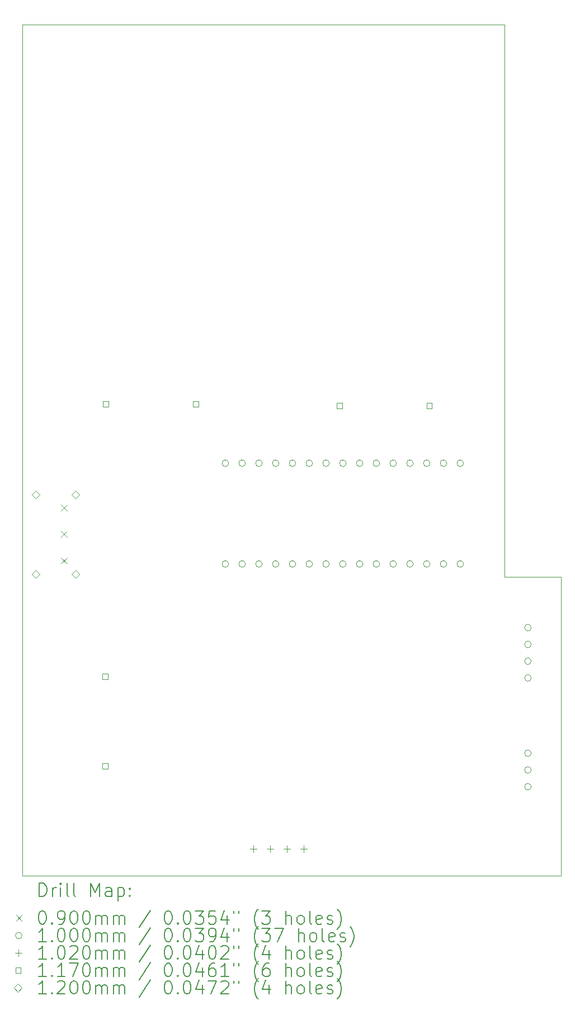
<source format=gbr>
%TF.GenerationSoftware,KiCad,Pcbnew,7.0.10*%
%TF.CreationDate,2024-05-29T19:02:38+08:00*%
%TF.ProjectId,toilet_monitoring_unit,746f696c-6574-45f6-9d6f-6e69746f7269,rev?*%
%TF.SameCoordinates,Original*%
%TF.FileFunction,Drillmap*%
%TF.FilePolarity,Positive*%
%FSLAX45Y45*%
G04 Gerber Fmt 4.5, Leading zero omitted, Abs format (unit mm)*
G04 Created by KiCad (PCBNEW 7.0.10) date 2024-05-29 19:02:38*
%MOMM*%
%LPD*%
G01*
G04 APERTURE LIST*
%ADD10C,0.100000*%
%ADD11C,0.200000*%
%ADD12C,0.102000*%
%ADD13C,0.117000*%
%ADD14C,0.120000*%
G04 APERTURE END LIST*
D10*
X15600000Y-14877500D02*
X15600000Y-15575000D01*
X14747500Y-3375000D02*
X7447500Y-3375000D01*
X15600000Y-16250000D02*
X7447500Y-16250000D01*
X7447500Y-14877500D02*
X7447500Y-16250000D01*
X7447500Y-3375000D02*
X7447500Y-13745160D01*
X15600000Y-11735000D02*
X14747500Y-11735000D01*
X7447500Y-13745160D02*
X7447500Y-14877500D01*
X14747500Y-11735000D02*
X14747500Y-3375000D01*
X15600000Y-14877500D02*
X15600000Y-11735000D01*
X15600000Y-15575000D02*
X15600000Y-16250000D01*
D11*
D10*
X8033460Y-10642100D02*
X8123460Y-10732100D01*
X8123460Y-10642100D02*
X8033460Y-10732100D01*
X8033460Y-11042100D02*
X8123460Y-11132100D01*
X8123460Y-11042100D02*
X8033460Y-11132100D01*
X8033460Y-11442100D02*
X8123460Y-11532100D01*
X8123460Y-11442100D02*
X8033460Y-11532100D01*
X10570000Y-10012000D02*
G75*
G03*
X10470000Y-10012000I-50000J0D01*
G01*
X10470000Y-10012000D02*
G75*
G03*
X10570000Y-10012000I50000J0D01*
G01*
X10570000Y-11536000D02*
G75*
G03*
X10470000Y-11536000I-50000J0D01*
G01*
X10470000Y-11536000D02*
G75*
G03*
X10570000Y-11536000I50000J0D01*
G01*
X10824000Y-10012000D02*
G75*
G03*
X10724000Y-10012000I-50000J0D01*
G01*
X10724000Y-10012000D02*
G75*
G03*
X10824000Y-10012000I50000J0D01*
G01*
X10824000Y-11536000D02*
G75*
G03*
X10724000Y-11536000I-50000J0D01*
G01*
X10724000Y-11536000D02*
G75*
G03*
X10824000Y-11536000I50000J0D01*
G01*
X11078000Y-10012000D02*
G75*
G03*
X10978000Y-10012000I-50000J0D01*
G01*
X10978000Y-10012000D02*
G75*
G03*
X11078000Y-10012000I50000J0D01*
G01*
X11078000Y-11536000D02*
G75*
G03*
X10978000Y-11536000I-50000J0D01*
G01*
X10978000Y-11536000D02*
G75*
G03*
X11078000Y-11536000I50000J0D01*
G01*
X11332000Y-10012000D02*
G75*
G03*
X11232000Y-10012000I-50000J0D01*
G01*
X11232000Y-10012000D02*
G75*
G03*
X11332000Y-10012000I50000J0D01*
G01*
X11332000Y-11536000D02*
G75*
G03*
X11232000Y-11536000I-50000J0D01*
G01*
X11232000Y-11536000D02*
G75*
G03*
X11332000Y-11536000I50000J0D01*
G01*
X11586000Y-10012000D02*
G75*
G03*
X11486000Y-10012000I-50000J0D01*
G01*
X11486000Y-10012000D02*
G75*
G03*
X11586000Y-10012000I50000J0D01*
G01*
X11586000Y-11536000D02*
G75*
G03*
X11486000Y-11536000I-50000J0D01*
G01*
X11486000Y-11536000D02*
G75*
G03*
X11586000Y-11536000I50000J0D01*
G01*
X11840000Y-10012000D02*
G75*
G03*
X11740000Y-10012000I-50000J0D01*
G01*
X11740000Y-10012000D02*
G75*
G03*
X11840000Y-10012000I50000J0D01*
G01*
X11840000Y-11536000D02*
G75*
G03*
X11740000Y-11536000I-50000J0D01*
G01*
X11740000Y-11536000D02*
G75*
G03*
X11840000Y-11536000I50000J0D01*
G01*
X12094000Y-10012000D02*
G75*
G03*
X11994000Y-10012000I-50000J0D01*
G01*
X11994000Y-10012000D02*
G75*
G03*
X12094000Y-10012000I50000J0D01*
G01*
X12094000Y-11536000D02*
G75*
G03*
X11994000Y-11536000I-50000J0D01*
G01*
X11994000Y-11536000D02*
G75*
G03*
X12094000Y-11536000I50000J0D01*
G01*
X12348000Y-10012000D02*
G75*
G03*
X12248000Y-10012000I-50000J0D01*
G01*
X12248000Y-10012000D02*
G75*
G03*
X12348000Y-10012000I50000J0D01*
G01*
X12348000Y-11536000D02*
G75*
G03*
X12248000Y-11536000I-50000J0D01*
G01*
X12248000Y-11536000D02*
G75*
G03*
X12348000Y-11536000I50000J0D01*
G01*
X12602000Y-10012000D02*
G75*
G03*
X12502000Y-10012000I-50000J0D01*
G01*
X12502000Y-10012000D02*
G75*
G03*
X12602000Y-10012000I50000J0D01*
G01*
X12602000Y-11536000D02*
G75*
G03*
X12502000Y-11536000I-50000J0D01*
G01*
X12502000Y-11536000D02*
G75*
G03*
X12602000Y-11536000I50000J0D01*
G01*
X12856000Y-10012000D02*
G75*
G03*
X12756000Y-10012000I-50000J0D01*
G01*
X12756000Y-10012000D02*
G75*
G03*
X12856000Y-10012000I50000J0D01*
G01*
X12856000Y-11536000D02*
G75*
G03*
X12756000Y-11536000I-50000J0D01*
G01*
X12756000Y-11536000D02*
G75*
G03*
X12856000Y-11536000I50000J0D01*
G01*
X13110000Y-10012000D02*
G75*
G03*
X13010000Y-10012000I-50000J0D01*
G01*
X13010000Y-10012000D02*
G75*
G03*
X13110000Y-10012000I50000J0D01*
G01*
X13110000Y-11536000D02*
G75*
G03*
X13010000Y-11536000I-50000J0D01*
G01*
X13010000Y-11536000D02*
G75*
G03*
X13110000Y-11536000I50000J0D01*
G01*
X13364000Y-10012000D02*
G75*
G03*
X13264000Y-10012000I-50000J0D01*
G01*
X13264000Y-10012000D02*
G75*
G03*
X13364000Y-10012000I50000J0D01*
G01*
X13364000Y-11536000D02*
G75*
G03*
X13264000Y-11536000I-50000J0D01*
G01*
X13264000Y-11536000D02*
G75*
G03*
X13364000Y-11536000I50000J0D01*
G01*
X13618000Y-10012000D02*
G75*
G03*
X13518000Y-10012000I-50000J0D01*
G01*
X13518000Y-10012000D02*
G75*
G03*
X13618000Y-10012000I50000J0D01*
G01*
X13618000Y-11536000D02*
G75*
G03*
X13518000Y-11536000I-50000J0D01*
G01*
X13518000Y-11536000D02*
G75*
G03*
X13618000Y-11536000I50000J0D01*
G01*
X13872000Y-10012000D02*
G75*
G03*
X13772000Y-10012000I-50000J0D01*
G01*
X13772000Y-10012000D02*
G75*
G03*
X13872000Y-10012000I50000J0D01*
G01*
X13872000Y-11536000D02*
G75*
G03*
X13772000Y-11536000I-50000J0D01*
G01*
X13772000Y-11536000D02*
G75*
G03*
X13872000Y-11536000I50000J0D01*
G01*
X14126000Y-10012000D02*
G75*
G03*
X14026000Y-10012000I-50000J0D01*
G01*
X14026000Y-10012000D02*
G75*
G03*
X14126000Y-10012000I50000J0D01*
G01*
X14126000Y-11536000D02*
G75*
G03*
X14026000Y-11536000I-50000J0D01*
G01*
X14026000Y-11536000D02*
G75*
G03*
X14126000Y-11536000I50000J0D01*
G01*
X15150000Y-12500000D02*
G75*
G03*
X15050000Y-12500000I-50000J0D01*
G01*
X15050000Y-12500000D02*
G75*
G03*
X15150000Y-12500000I50000J0D01*
G01*
X15150000Y-12754000D02*
G75*
G03*
X15050000Y-12754000I-50000J0D01*
G01*
X15050000Y-12754000D02*
G75*
G03*
X15150000Y-12754000I50000J0D01*
G01*
X15150000Y-13008000D02*
G75*
G03*
X15050000Y-13008000I-50000J0D01*
G01*
X15050000Y-13008000D02*
G75*
G03*
X15150000Y-13008000I50000J0D01*
G01*
X15150000Y-13262000D02*
G75*
G03*
X15050000Y-13262000I-50000J0D01*
G01*
X15050000Y-13262000D02*
G75*
G03*
X15150000Y-13262000I50000J0D01*
G01*
X15150000Y-14400000D02*
G75*
G03*
X15050000Y-14400000I-50000J0D01*
G01*
X15050000Y-14400000D02*
G75*
G03*
X15150000Y-14400000I50000J0D01*
G01*
X15150000Y-14654000D02*
G75*
G03*
X15050000Y-14654000I-50000J0D01*
G01*
X15050000Y-14654000D02*
G75*
G03*
X15150000Y-14654000I50000J0D01*
G01*
X15150000Y-14908000D02*
G75*
G03*
X15050000Y-14908000I-50000J0D01*
G01*
X15050000Y-14908000D02*
G75*
G03*
X15150000Y-14908000I50000J0D01*
G01*
D12*
X10942000Y-15799000D02*
X10942000Y-15901000D01*
X10891000Y-15850000D02*
X10993000Y-15850000D01*
X11196000Y-15799000D02*
X11196000Y-15901000D01*
X11145000Y-15850000D02*
X11247000Y-15850000D01*
X11450000Y-15799000D02*
X11450000Y-15901000D01*
X11399000Y-15850000D02*
X11501000Y-15850000D01*
X11704000Y-15799000D02*
X11704000Y-15901000D01*
X11653000Y-15850000D02*
X11755000Y-15850000D01*
D13*
X8744366Y-13278366D02*
X8744366Y-13195634D01*
X8661634Y-13195634D01*
X8661634Y-13278366D01*
X8744366Y-13278366D01*
X8744366Y-14637366D02*
X8744366Y-14554634D01*
X8661634Y-14554634D01*
X8661634Y-14637366D01*
X8744366Y-14637366D01*
X8752366Y-9157366D02*
X8752366Y-9074634D01*
X8669634Y-9074634D01*
X8669634Y-9157366D01*
X8752366Y-9157366D01*
X10111366Y-9157366D02*
X10111366Y-9074634D01*
X10028634Y-9074634D01*
X10028634Y-9157366D01*
X10111366Y-9157366D01*
X12289866Y-9184866D02*
X12289866Y-9102134D01*
X12207134Y-9102134D01*
X12207134Y-9184866D01*
X12289866Y-9184866D01*
X13648866Y-9184866D02*
X13648866Y-9102134D01*
X13566134Y-9102134D01*
X13566134Y-9184866D01*
X13648866Y-9184866D01*
D14*
X7653460Y-10547100D02*
X7713460Y-10487100D01*
X7653460Y-10427100D01*
X7593460Y-10487100D01*
X7653460Y-10547100D01*
X7653460Y-11747100D02*
X7713460Y-11687100D01*
X7653460Y-11627100D01*
X7593460Y-11687100D01*
X7653460Y-11747100D01*
X8253460Y-10547100D02*
X8313460Y-10487100D01*
X8253460Y-10427100D01*
X8193460Y-10487100D01*
X8253460Y-10547100D01*
X8253460Y-11747100D02*
X8313460Y-11687100D01*
X8253460Y-11627100D01*
X8193460Y-11687100D01*
X8253460Y-11747100D01*
D11*
X7703277Y-16566484D02*
X7703277Y-16366484D01*
X7703277Y-16366484D02*
X7750896Y-16366484D01*
X7750896Y-16366484D02*
X7779467Y-16376008D01*
X7779467Y-16376008D02*
X7798515Y-16395055D01*
X7798515Y-16395055D02*
X7808039Y-16414103D01*
X7808039Y-16414103D02*
X7817562Y-16452198D01*
X7817562Y-16452198D02*
X7817562Y-16480769D01*
X7817562Y-16480769D02*
X7808039Y-16518865D01*
X7808039Y-16518865D02*
X7798515Y-16537912D01*
X7798515Y-16537912D02*
X7779467Y-16556960D01*
X7779467Y-16556960D02*
X7750896Y-16566484D01*
X7750896Y-16566484D02*
X7703277Y-16566484D01*
X7903277Y-16566484D02*
X7903277Y-16433150D01*
X7903277Y-16471246D02*
X7912801Y-16452198D01*
X7912801Y-16452198D02*
X7922324Y-16442674D01*
X7922324Y-16442674D02*
X7941372Y-16433150D01*
X7941372Y-16433150D02*
X7960420Y-16433150D01*
X8027086Y-16566484D02*
X8027086Y-16433150D01*
X8027086Y-16366484D02*
X8017562Y-16376008D01*
X8017562Y-16376008D02*
X8027086Y-16385531D01*
X8027086Y-16385531D02*
X8036610Y-16376008D01*
X8036610Y-16376008D02*
X8027086Y-16366484D01*
X8027086Y-16366484D02*
X8027086Y-16385531D01*
X8150896Y-16566484D02*
X8131848Y-16556960D01*
X8131848Y-16556960D02*
X8122324Y-16537912D01*
X8122324Y-16537912D02*
X8122324Y-16366484D01*
X8255658Y-16566484D02*
X8236610Y-16556960D01*
X8236610Y-16556960D02*
X8227086Y-16537912D01*
X8227086Y-16537912D02*
X8227086Y-16366484D01*
X8484229Y-16566484D02*
X8484229Y-16366484D01*
X8484229Y-16366484D02*
X8550896Y-16509341D01*
X8550896Y-16509341D02*
X8617563Y-16366484D01*
X8617563Y-16366484D02*
X8617563Y-16566484D01*
X8798515Y-16566484D02*
X8798515Y-16461722D01*
X8798515Y-16461722D02*
X8788991Y-16442674D01*
X8788991Y-16442674D02*
X8769944Y-16433150D01*
X8769944Y-16433150D02*
X8731848Y-16433150D01*
X8731848Y-16433150D02*
X8712801Y-16442674D01*
X8798515Y-16556960D02*
X8779467Y-16566484D01*
X8779467Y-16566484D02*
X8731848Y-16566484D01*
X8731848Y-16566484D02*
X8712801Y-16556960D01*
X8712801Y-16556960D02*
X8703277Y-16537912D01*
X8703277Y-16537912D02*
X8703277Y-16518865D01*
X8703277Y-16518865D02*
X8712801Y-16499817D01*
X8712801Y-16499817D02*
X8731848Y-16490293D01*
X8731848Y-16490293D02*
X8779467Y-16490293D01*
X8779467Y-16490293D02*
X8798515Y-16480769D01*
X8893753Y-16433150D02*
X8893753Y-16633150D01*
X8893753Y-16442674D02*
X8912801Y-16433150D01*
X8912801Y-16433150D02*
X8950896Y-16433150D01*
X8950896Y-16433150D02*
X8969944Y-16442674D01*
X8969944Y-16442674D02*
X8979467Y-16452198D01*
X8979467Y-16452198D02*
X8988991Y-16471246D01*
X8988991Y-16471246D02*
X8988991Y-16528388D01*
X8988991Y-16528388D02*
X8979467Y-16547436D01*
X8979467Y-16547436D02*
X8969944Y-16556960D01*
X8969944Y-16556960D02*
X8950896Y-16566484D01*
X8950896Y-16566484D02*
X8912801Y-16566484D01*
X8912801Y-16566484D02*
X8893753Y-16556960D01*
X9074705Y-16547436D02*
X9084229Y-16556960D01*
X9084229Y-16556960D02*
X9074705Y-16566484D01*
X9074705Y-16566484D02*
X9065182Y-16556960D01*
X9065182Y-16556960D02*
X9074705Y-16547436D01*
X9074705Y-16547436D02*
X9074705Y-16566484D01*
X9074705Y-16442674D02*
X9084229Y-16452198D01*
X9084229Y-16452198D02*
X9074705Y-16461722D01*
X9074705Y-16461722D02*
X9065182Y-16452198D01*
X9065182Y-16452198D02*
X9074705Y-16442674D01*
X9074705Y-16442674D02*
X9074705Y-16461722D01*
D10*
X7352500Y-16850000D02*
X7442500Y-16940000D01*
X7442500Y-16850000D02*
X7352500Y-16940000D01*
D11*
X7741372Y-16786484D02*
X7760420Y-16786484D01*
X7760420Y-16786484D02*
X7779467Y-16796008D01*
X7779467Y-16796008D02*
X7788991Y-16805531D01*
X7788991Y-16805531D02*
X7798515Y-16824579D01*
X7798515Y-16824579D02*
X7808039Y-16862674D01*
X7808039Y-16862674D02*
X7808039Y-16910293D01*
X7808039Y-16910293D02*
X7798515Y-16948389D01*
X7798515Y-16948389D02*
X7788991Y-16967436D01*
X7788991Y-16967436D02*
X7779467Y-16976960D01*
X7779467Y-16976960D02*
X7760420Y-16986484D01*
X7760420Y-16986484D02*
X7741372Y-16986484D01*
X7741372Y-16986484D02*
X7722324Y-16976960D01*
X7722324Y-16976960D02*
X7712801Y-16967436D01*
X7712801Y-16967436D02*
X7703277Y-16948389D01*
X7703277Y-16948389D02*
X7693753Y-16910293D01*
X7693753Y-16910293D02*
X7693753Y-16862674D01*
X7693753Y-16862674D02*
X7703277Y-16824579D01*
X7703277Y-16824579D02*
X7712801Y-16805531D01*
X7712801Y-16805531D02*
X7722324Y-16796008D01*
X7722324Y-16796008D02*
X7741372Y-16786484D01*
X7893753Y-16967436D02*
X7903277Y-16976960D01*
X7903277Y-16976960D02*
X7893753Y-16986484D01*
X7893753Y-16986484D02*
X7884229Y-16976960D01*
X7884229Y-16976960D02*
X7893753Y-16967436D01*
X7893753Y-16967436D02*
X7893753Y-16986484D01*
X7998515Y-16986484D02*
X8036610Y-16986484D01*
X8036610Y-16986484D02*
X8055658Y-16976960D01*
X8055658Y-16976960D02*
X8065182Y-16967436D01*
X8065182Y-16967436D02*
X8084229Y-16938865D01*
X8084229Y-16938865D02*
X8093753Y-16900770D01*
X8093753Y-16900770D02*
X8093753Y-16824579D01*
X8093753Y-16824579D02*
X8084229Y-16805531D01*
X8084229Y-16805531D02*
X8074705Y-16796008D01*
X8074705Y-16796008D02*
X8055658Y-16786484D01*
X8055658Y-16786484D02*
X8017562Y-16786484D01*
X8017562Y-16786484D02*
X7998515Y-16796008D01*
X7998515Y-16796008D02*
X7988991Y-16805531D01*
X7988991Y-16805531D02*
X7979467Y-16824579D01*
X7979467Y-16824579D02*
X7979467Y-16872198D01*
X7979467Y-16872198D02*
X7988991Y-16891246D01*
X7988991Y-16891246D02*
X7998515Y-16900770D01*
X7998515Y-16900770D02*
X8017562Y-16910293D01*
X8017562Y-16910293D02*
X8055658Y-16910293D01*
X8055658Y-16910293D02*
X8074705Y-16900770D01*
X8074705Y-16900770D02*
X8084229Y-16891246D01*
X8084229Y-16891246D02*
X8093753Y-16872198D01*
X8217562Y-16786484D02*
X8236610Y-16786484D01*
X8236610Y-16786484D02*
X8255658Y-16796008D01*
X8255658Y-16796008D02*
X8265182Y-16805531D01*
X8265182Y-16805531D02*
X8274705Y-16824579D01*
X8274705Y-16824579D02*
X8284229Y-16862674D01*
X8284229Y-16862674D02*
X8284229Y-16910293D01*
X8284229Y-16910293D02*
X8274705Y-16948389D01*
X8274705Y-16948389D02*
X8265182Y-16967436D01*
X8265182Y-16967436D02*
X8255658Y-16976960D01*
X8255658Y-16976960D02*
X8236610Y-16986484D01*
X8236610Y-16986484D02*
X8217562Y-16986484D01*
X8217562Y-16986484D02*
X8198515Y-16976960D01*
X8198515Y-16976960D02*
X8188991Y-16967436D01*
X8188991Y-16967436D02*
X8179467Y-16948389D01*
X8179467Y-16948389D02*
X8169943Y-16910293D01*
X8169943Y-16910293D02*
X8169943Y-16862674D01*
X8169943Y-16862674D02*
X8179467Y-16824579D01*
X8179467Y-16824579D02*
X8188991Y-16805531D01*
X8188991Y-16805531D02*
X8198515Y-16796008D01*
X8198515Y-16796008D02*
X8217562Y-16786484D01*
X8408039Y-16786484D02*
X8427086Y-16786484D01*
X8427086Y-16786484D02*
X8446134Y-16796008D01*
X8446134Y-16796008D02*
X8455658Y-16805531D01*
X8455658Y-16805531D02*
X8465182Y-16824579D01*
X8465182Y-16824579D02*
X8474705Y-16862674D01*
X8474705Y-16862674D02*
X8474705Y-16910293D01*
X8474705Y-16910293D02*
X8465182Y-16948389D01*
X8465182Y-16948389D02*
X8455658Y-16967436D01*
X8455658Y-16967436D02*
X8446134Y-16976960D01*
X8446134Y-16976960D02*
X8427086Y-16986484D01*
X8427086Y-16986484D02*
X8408039Y-16986484D01*
X8408039Y-16986484D02*
X8388991Y-16976960D01*
X8388991Y-16976960D02*
X8379467Y-16967436D01*
X8379467Y-16967436D02*
X8369943Y-16948389D01*
X8369943Y-16948389D02*
X8360420Y-16910293D01*
X8360420Y-16910293D02*
X8360420Y-16862674D01*
X8360420Y-16862674D02*
X8369943Y-16824579D01*
X8369943Y-16824579D02*
X8379467Y-16805531D01*
X8379467Y-16805531D02*
X8388991Y-16796008D01*
X8388991Y-16796008D02*
X8408039Y-16786484D01*
X8560420Y-16986484D02*
X8560420Y-16853150D01*
X8560420Y-16872198D02*
X8569944Y-16862674D01*
X8569944Y-16862674D02*
X8588991Y-16853150D01*
X8588991Y-16853150D02*
X8617563Y-16853150D01*
X8617563Y-16853150D02*
X8636610Y-16862674D01*
X8636610Y-16862674D02*
X8646134Y-16881722D01*
X8646134Y-16881722D02*
X8646134Y-16986484D01*
X8646134Y-16881722D02*
X8655658Y-16862674D01*
X8655658Y-16862674D02*
X8674705Y-16853150D01*
X8674705Y-16853150D02*
X8703277Y-16853150D01*
X8703277Y-16853150D02*
X8722325Y-16862674D01*
X8722325Y-16862674D02*
X8731848Y-16881722D01*
X8731848Y-16881722D02*
X8731848Y-16986484D01*
X8827086Y-16986484D02*
X8827086Y-16853150D01*
X8827086Y-16872198D02*
X8836610Y-16862674D01*
X8836610Y-16862674D02*
X8855658Y-16853150D01*
X8855658Y-16853150D02*
X8884229Y-16853150D01*
X8884229Y-16853150D02*
X8903277Y-16862674D01*
X8903277Y-16862674D02*
X8912801Y-16881722D01*
X8912801Y-16881722D02*
X8912801Y-16986484D01*
X8912801Y-16881722D02*
X8922325Y-16862674D01*
X8922325Y-16862674D02*
X8941372Y-16853150D01*
X8941372Y-16853150D02*
X8969944Y-16853150D01*
X8969944Y-16853150D02*
X8988991Y-16862674D01*
X8988991Y-16862674D02*
X8998515Y-16881722D01*
X8998515Y-16881722D02*
X8998515Y-16986484D01*
X9388991Y-16776960D02*
X9217563Y-17034103D01*
X9646134Y-16786484D02*
X9665182Y-16786484D01*
X9665182Y-16786484D02*
X9684229Y-16796008D01*
X9684229Y-16796008D02*
X9693753Y-16805531D01*
X9693753Y-16805531D02*
X9703277Y-16824579D01*
X9703277Y-16824579D02*
X9712801Y-16862674D01*
X9712801Y-16862674D02*
X9712801Y-16910293D01*
X9712801Y-16910293D02*
X9703277Y-16948389D01*
X9703277Y-16948389D02*
X9693753Y-16967436D01*
X9693753Y-16967436D02*
X9684229Y-16976960D01*
X9684229Y-16976960D02*
X9665182Y-16986484D01*
X9665182Y-16986484D02*
X9646134Y-16986484D01*
X9646134Y-16986484D02*
X9627087Y-16976960D01*
X9627087Y-16976960D02*
X9617563Y-16967436D01*
X9617563Y-16967436D02*
X9608039Y-16948389D01*
X9608039Y-16948389D02*
X9598515Y-16910293D01*
X9598515Y-16910293D02*
X9598515Y-16862674D01*
X9598515Y-16862674D02*
X9608039Y-16824579D01*
X9608039Y-16824579D02*
X9617563Y-16805531D01*
X9617563Y-16805531D02*
X9627087Y-16796008D01*
X9627087Y-16796008D02*
X9646134Y-16786484D01*
X9798515Y-16967436D02*
X9808039Y-16976960D01*
X9808039Y-16976960D02*
X9798515Y-16986484D01*
X9798515Y-16986484D02*
X9788991Y-16976960D01*
X9788991Y-16976960D02*
X9798515Y-16967436D01*
X9798515Y-16967436D02*
X9798515Y-16986484D01*
X9931848Y-16786484D02*
X9950896Y-16786484D01*
X9950896Y-16786484D02*
X9969944Y-16796008D01*
X9969944Y-16796008D02*
X9979468Y-16805531D01*
X9979468Y-16805531D02*
X9988991Y-16824579D01*
X9988991Y-16824579D02*
X9998515Y-16862674D01*
X9998515Y-16862674D02*
X9998515Y-16910293D01*
X9998515Y-16910293D02*
X9988991Y-16948389D01*
X9988991Y-16948389D02*
X9979468Y-16967436D01*
X9979468Y-16967436D02*
X9969944Y-16976960D01*
X9969944Y-16976960D02*
X9950896Y-16986484D01*
X9950896Y-16986484D02*
X9931848Y-16986484D01*
X9931848Y-16986484D02*
X9912801Y-16976960D01*
X9912801Y-16976960D02*
X9903277Y-16967436D01*
X9903277Y-16967436D02*
X9893753Y-16948389D01*
X9893753Y-16948389D02*
X9884229Y-16910293D01*
X9884229Y-16910293D02*
X9884229Y-16862674D01*
X9884229Y-16862674D02*
X9893753Y-16824579D01*
X9893753Y-16824579D02*
X9903277Y-16805531D01*
X9903277Y-16805531D02*
X9912801Y-16796008D01*
X9912801Y-16796008D02*
X9931848Y-16786484D01*
X10065182Y-16786484D02*
X10188991Y-16786484D01*
X10188991Y-16786484D02*
X10122325Y-16862674D01*
X10122325Y-16862674D02*
X10150896Y-16862674D01*
X10150896Y-16862674D02*
X10169944Y-16872198D01*
X10169944Y-16872198D02*
X10179468Y-16881722D01*
X10179468Y-16881722D02*
X10188991Y-16900770D01*
X10188991Y-16900770D02*
X10188991Y-16948389D01*
X10188991Y-16948389D02*
X10179468Y-16967436D01*
X10179468Y-16967436D02*
X10169944Y-16976960D01*
X10169944Y-16976960D02*
X10150896Y-16986484D01*
X10150896Y-16986484D02*
X10093753Y-16986484D01*
X10093753Y-16986484D02*
X10074706Y-16976960D01*
X10074706Y-16976960D02*
X10065182Y-16967436D01*
X10369944Y-16786484D02*
X10274706Y-16786484D01*
X10274706Y-16786484D02*
X10265182Y-16881722D01*
X10265182Y-16881722D02*
X10274706Y-16872198D01*
X10274706Y-16872198D02*
X10293753Y-16862674D01*
X10293753Y-16862674D02*
X10341372Y-16862674D01*
X10341372Y-16862674D02*
X10360420Y-16872198D01*
X10360420Y-16872198D02*
X10369944Y-16881722D01*
X10369944Y-16881722D02*
X10379468Y-16900770D01*
X10379468Y-16900770D02*
X10379468Y-16948389D01*
X10379468Y-16948389D02*
X10369944Y-16967436D01*
X10369944Y-16967436D02*
X10360420Y-16976960D01*
X10360420Y-16976960D02*
X10341372Y-16986484D01*
X10341372Y-16986484D02*
X10293753Y-16986484D01*
X10293753Y-16986484D02*
X10274706Y-16976960D01*
X10274706Y-16976960D02*
X10265182Y-16967436D01*
X10550896Y-16853150D02*
X10550896Y-16986484D01*
X10503277Y-16776960D02*
X10455658Y-16919817D01*
X10455658Y-16919817D02*
X10579468Y-16919817D01*
X10646134Y-16786484D02*
X10646134Y-16824579D01*
X10722325Y-16786484D02*
X10722325Y-16824579D01*
X11017563Y-17062674D02*
X11008039Y-17053150D01*
X11008039Y-17053150D02*
X10988991Y-17024579D01*
X10988991Y-17024579D02*
X10979468Y-17005531D01*
X10979468Y-17005531D02*
X10969944Y-16976960D01*
X10969944Y-16976960D02*
X10960420Y-16929341D01*
X10960420Y-16929341D02*
X10960420Y-16891246D01*
X10960420Y-16891246D02*
X10969944Y-16843627D01*
X10969944Y-16843627D02*
X10979468Y-16815055D01*
X10979468Y-16815055D02*
X10988991Y-16796008D01*
X10988991Y-16796008D02*
X11008039Y-16767436D01*
X11008039Y-16767436D02*
X11017563Y-16757912D01*
X11074706Y-16786484D02*
X11198515Y-16786484D01*
X11198515Y-16786484D02*
X11131849Y-16862674D01*
X11131849Y-16862674D02*
X11160420Y-16862674D01*
X11160420Y-16862674D02*
X11179468Y-16872198D01*
X11179468Y-16872198D02*
X11188991Y-16881722D01*
X11188991Y-16881722D02*
X11198515Y-16900770D01*
X11198515Y-16900770D02*
X11198515Y-16948389D01*
X11198515Y-16948389D02*
X11188991Y-16967436D01*
X11188991Y-16967436D02*
X11179468Y-16976960D01*
X11179468Y-16976960D02*
X11160420Y-16986484D01*
X11160420Y-16986484D02*
X11103277Y-16986484D01*
X11103277Y-16986484D02*
X11084230Y-16976960D01*
X11084230Y-16976960D02*
X11074706Y-16967436D01*
X11436610Y-16986484D02*
X11436610Y-16786484D01*
X11522325Y-16986484D02*
X11522325Y-16881722D01*
X11522325Y-16881722D02*
X11512801Y-16862674D01*
X11512801Y-16862674D02*
X11493753Y-16853150D01*
X11493753Y-16853150D02*
X11465182Y-16853150D01*
X11465182Y-16853150D02*
X11446134Y-16862674D01*
X11446134Y-16862674D02*
X11436610Y-16872198D01*
X11646134Y-16986484D02*
X11627087Y-16976960D01*
X11627087Y-16976960D02*
X11617563Y-16967436D01*
X11617563Y-16967436D02*
X11608039Y-16948389D01*
X11608039Y-16948389D02*
X11608039Y-16891246D01*
X11608039Y-16891246D02*
X11617563Y-16872198D01*
X11617563Y-16872198D02*
X11627087Y-16862674D01*
X11627087Y-16862674D02*
X11646134Y-16853150D01*
X11646134Y-16853150D02*
X11674706Y-16853150D01*
X11674706Y-16853150D02*
X11693753Y-16862674D01*
X11693753Y-16862674D02*
X11703277Y-16872198D01*
X11703277Y-16872198D02*
X11712801Y-16891246D01*
X11712801Y-16891246D02*
X11712801Y-16948389D01*
X11712801Y-16948389D02*
X11703277Y-16967436D01*
X11703277Y-16967436D02*
X11693753Y-16976960D01*
X11693753Y-16976960D02*
X11674706Y-16986484D01*
X11674706Y-16986484D02*
X11646134Y-16986484D01*
X11827087Y-16986484D02*
X11808039Y-16976960D01*
X11808039Y-16976960D02*
X11798515Y-16957912D01*
X11798515Y-16957912D02*
X11798515Y-16786484D01*
X11979468Y-16976960D02*
X11960420Y-16986484D01*
X11960420Y-16986484D02*
X11922325Y-16986484D01*
X11922325Y-16986484D02*
X11903277Y-16976960D01*
X11903277Y-16976960D02*
X11893753Y-16957912D01*
X11893753Y-16957912D02*
X11893753Y-16881722D01*
X11893753Y-16881722D02*
X11903277Y-16862674D01*
X11903277Y-16862674D02*
X11922325Y-16853150D01*
X11922325Y-16853150D02*
X11960420Y-16853150D01*
X11960420Y-16853150D02*
X11979468Y-16862674D01*
X11979468Y-16862674D02*
X11988991Y-16881722D01*
X11988991Y-16881722D02*
X11988991Y-16900770D01*
X11988991Y-16900770D02*
X11893753Y-16919817D01*
X12065182Y-16976960D02*
X12084230Y-16986484D01*
X12084230Y-16986484D02*
X12122325Y-16986484D01*
X12122325Y-16986484D02*
X12141372Y-16976960D01*
X12141372Y-16976960D02*
X12150896Y-16957912D01*
X12150896Y-16957912D02*
X12150896Y-16948389D01*
X12150896Y-16948389D02*
X12141372Y-16929341D01*
X12141372Y-16929341D02*
X12122325Y-16919817D01*
X12122325Y-16919817D02*
X12093753Y-16919817D01*
X12093753Y-16919817D02*
X12074706Y-16910293D01*
X12074706Y-16910293D02*
X12065182Y-16891246D01*
X12065182Y-16891246D02*
X12065182Y-16881722D01*
X12065182Y-16881722D02*
X12074706Y-16862674D01*
X12074706Y-16862674D02*
X12093753Y-16853150D01*
X12093753Y-16853150D02*
X12122325Y-16853150D01*
X12122325Y-16853150D02*
X12141372Y-16862674D01*
X12217563Y-17062674D02*
X12227087Y-17053150D01*
X12227087Y-17053150D02*
X12246134Y-17024579D01*
X12246134Y-17024579D02*
X12255658Y-17005531D01*
X12255658Y-17005531D02*
X12265182Y-16976960D01*
X12265182Y-16976960D02*
X12274706Y-16929341D01*
X12274706Y-16929341D02*
X12274706Y-16891246D01*
X12274706Y-16891246D02*
X12265182Y-16843627D01*
X12265182Y-16843627D02*
X12255658Y-16815055D01*
X12255658Y-16815055D02*
X12246134Y-16796008D01*
X12246134Y-16796008D02*
X12227087Y-16767436D01*
X12227087Y-16767436D02*
X12217563Y-16757912D01*
D10*
X7442500Y-17159000D02*
G75*
G03*
X7342500Y-17159000I-50000J0D01*
G01*
X7342500Y-17159000D02*
G75*
G03*
X7442500Y-17159000I50000J0D01*
G01*
D11*
X7808039Y-17250484D02*
X7693753Y-17250484D01*
X7750896Y-17250484D02*
X7750896Y-17050484D01*
X7750896Y-17050484D02*
X7731848Y-17079055D01*
X7731848Y-17079055D02*
X7712801Y-17098103D01*
X7712801Y-17098103D02*
X7693753Y-17107627D01*
X7893753Y-17231436D02*
X7903277Y-17240960D01*
X7903277Y-17240960D02*
X7893753Y-17250484D01*
X7893753Y-17250484D02*
X7884229Y-17240960D01*
X7884229Y-17240960D02*
X7893753Y-17231436D01*
X7893753Y-17231436D02*
X7893753Y-17250484D01*
X8027086Y-17050484D02*
X8046134Y-17050484D01*
X8046134Y-17050484D02*
X8065182Y-17060008D01*
X8065182Y-17060008D02*
X8074705Y-17069531D01*
X8074705Y-17069531D02*
X8084229Y-17088579D01*
X8084229Y-17088579D02*
X8093753Y-17126674D01*
X8093753Y-17126674D02*
X8093753Y-17174293D01*
X8093753Y-17174293D02*
X8084229Y-17212389D01*
X8084229Y-17212389D02*
X8074705Y-17231436D01*
X8074705Y-17231436D02*
X8065182Y-17240960D01*
X8065182Y-17240960D02*
X8046134Y-17250484D01*
X8046134Y-17250484D02*
X8027086Y-17250484D01*
X8027086Y-17250484D02*
X8008039Y-17240960D01*
X8008039Y-17240960D02*
X7998515Y-17231436D01*
X7998515Y-17231436D02*
X7988991Y-17212389D01*
X7988991Y-17212389D02*
X7979467Y-17174293D01*
X7979467Y-17174293D02*
X7979467Y-17126674D01*
X7979467Y-17126674D02*
X7988991Y-17088579D01*
X7988991Y-17088579D02*
X7998515Y-17069531D01*
X7998515Y-17069531D02*
X8008039Y-17060008D01*
X8008039Y-17060008D02*
X8027086Y-17050484D01*
X8217562Y-17050484D02*
X8236610Y-17050484D01*
X8236610Y-17050484D02*
X8255658Y-17060008D01*
X8255658Y-17060008D02*
X8265182Y-17069531D01*
X8265182Y-17069531D02*
X8274705Y-17088579D01*
X8274705Y-17088579D02*
X8284229Y-17126674D01*
X8284229Y-17126674D02*
X8284229Y-17174293D01*
X8284229Y-17174293D02*
X8274705Y-17212389D01*
X8274705Y-17212389D02*
X8265182Y-17231436D01*
X8265182Y-17231436D02*
X8255658Y-17240960D01*
X8255658Y-17240960D02*
X8236610Y-17250484D01*
X8236610Y-17250484D02*
X8217562Y-17250484D01*
X8217562Y-17250484D02*
X8198515Y-17240960D01*
X8198515Y-17240960D02*
X8188991Y-17231436D01*
X8188991Y-17231436D02*
X8179467Y-17212389D01*
X8179467Y-17212389D02*
X8169943Y-17174293D01*
X8169943Y-17174293D02*
X8169943Y-17126674D01*
X8169943Y-17126674D02*
X8179467Y-17088579D01*
X8179467Y-17088579D02*
X8188991Y-17069531D01*
X8188991Y-17069531D02*
X8198515Y-17060008D01*
X8198515Y-17060008D02*
X8217562Y-17050484D01*
X8408039Y-17050484D02*
X8427086Y-17050484D01*
X8427086Y-17050484D02*
X8446134Y-17060008D01*
X8446134Y-17060008D02*
X8455658Y-17069531D01*
X8455658Y-17069531D02*
X8465182Y-17088579D01*
X8465182Y-17088579D02*
X8474705Y-17126674D01*
X8474705Y-17126674D02*
X8474705Y-17174293D01*
X8474705Y-17174293D02*
X8465182Y-17212389D01*
X8465182Y-17212389D02*
X8455658Y-17231436D01*
X8455658Y-17231436D02*
X8446134Y-17240960D01*
X8446134Y-17240960D02*
X8427086Y-17250484D01*
X8427086Y-17250484D02*
X8408039Y-17250484D01*
X8408039Y-17250484D02*
X8388991Y-17240960D01*
X8388991Y-17240960D02*
X8379467Y-17231436D01*
X8379467Y-17231436D02*
X8369943Y-17212389D01*
X8369943Y-17212389D02*
X8360420Y-17174293D01*
X8360420Y-17174293D02*
X8360420Y-17126674D01*
X8360420Y-17126674D02*
X8369943Y-17088579D01*
X8369943Y-17088579D02*
X8379467Y-17069531D01*
X8379467Y-17069531D02*
X8388991Y-17060008D01*
X8388991Y-17060008D02*
X8408039Y-17050484D01*
X8560420Y-17250484D02*
X8560420Y-17117150D01*
X8560420Y-17136198D02*
X8569944Y-17126674D01*
X8569944Y-17126674D02*
X8588991Y-17117150D01*
X8588991Y-17117150D02*
X8617563Y-17117150D01*
X8617563Y-17117150D02*
X8636610Y-17126674D01*
X8636610Y-17126674D02*
X8646134Y-17145722D01*
X8646134Y-17145722D02*
X8646134Y-17250484D01*
X8646134Y-17145722D02*
X8655658Y-17126674D01*
X8655658Y-17126674D02*
X8674705Y-17117150D01*
X8674705Y-17117150D02*
X8703277Y-17117150D01*
X8703277Y-17117150D02*
X8722325Y-17126674D01*
X8722325Y-17126674D02*
X8731848Y-17145722D01*
X8731848Y-17145722D02*
X8731848Y-17250484D01*
X8827086Y-17250484D02*
X8827086Y-17117150D01*
X8827086Y-17136198D02*
X8836610Y-17126674D01*
X8836610Y-17126674D02*
X8855658Y-17117150D01*
X8855658Y-17117150D02*
X8884229Y-17117150D01*
X8884229Y-17117150D02*
X8903277Y-17126674D01*
X8903277Y-17126674D02*
X8912801Y-17145722D01*
X8912801Y-17145722D02*
X8912801Y-17250484D01*
X8912801Y-17145722D02*
X8922325Y-17126674D01*
X8922325Y-17126674D02*
X8941372Y-17117150D01*
X8941372Y-17117150D02*
X8969944Y-17117150D01*
X8969944Y-17117150D02*
X8988991Y-17126674D01*
X8988991Y-17126674D02*
X8998515Y-17145722D01*
X8998515Y-17145722D02*
X8998515Y-17250484D01*
X9388991Y-17040960D02*
X9217563Y-17298103D01*
X9646134Y-17050484D02*
X9665182Y-17050484D01*
X9665182Y-17050484D02*
X9684229Y-17060008D01*
X9684229Y-17060008D02*
X9693753Y-17069531D01*
X9693753Y-17069531D02*
X9703277Y-17088579D01*
X9703277Y-17088579D02*
X9712801Y-17126674D01*
X9712801Y-17126674D02*
X9712801Y-17174293D01*
X9712801Y-17174293D02*
X9703277Y-17212389D01*
X9703277Y-17212389D02*
X9693753Y-17231436D01*
X9693753Y-17231436D02*
X9684229Y-17240960D01*
X9684229Y-17240960D02*
X9665182Y-17250484D01*
X9665182Y-17250484D02*
X9646134Y-17250484D01*
X9646134Y-17250484D02*
X9627087Y-17240960D01*
X9627087Y-17240960D02*
X9617563Y-17231436D01*
X9617563Y-17231436D02*
X9608039Y-17212389D01*
X9608039Y-17212389D02*
X9598515Y-17174293D01*
X9598515Y-17174293D02*
X9598515Y-17126674D01*
X9598515Y-17126674D02*
X9608039Y-17088579D01*
X9608039Y-17088579D02*
X9617563Y-17069531D01*
X9617563Y-17069531D02*
X9627087Y-17060008D01*
X9627087Y-17060008D02*
X9646134Y-17050484D01*
X9798515Y-17231436D02*
X9808039Y-17240960D01*
X9808039Y-17240960D02*
X9798515Y-17250484D01*
X9798515Y-17250484D02*
X9788991Y-17240960D01*
X9788991Y-17240960D02*
X9798515Y-17231436D01*
X9798515Y-17231436D02*
X9798515Y-17250484D01*
X9931848Y-17050484D02*
X9950896Y-17050484D01*
X9950896Y-17050484D02*
X9969944Y-17060008D01*
X9969944Y-17060008D02*
X9979468Y-17069531D01*
X9979468Y-17069531D02*
X9988991Y-17088579D01*
X9988991Y-17088579D02*
X9998515Y-17126674D01*
X9998515Y-17126674D02*
X9998515Y-17174293D01*
X9998515Y-17174293D02*
X9988991Y-17212389D01*
X9988991Y-17212389D02*
X9979468Y-17231436D01*
X9979468Y-17231436D02*
X9969944Y-17240960D01*
X9969944Y-17240960D02*
X9950896Y-17250484D01*
X9950896Y-17250484D02*
X9931848Y-17250484D01*
X9931848Y-17250484D02*
X9912801Y-17240960D01*
X9912801Y-17240960D02*
X9903277Y-17231436D01*
X9903277Y-17231436D02*
X9893753Y-17212389D01*
X9893753Y-17212389D02*
X9884229Y-17174293D01*
X9884229Y-17174293D02*
X9884229Y-17126674D01*
X9884229Y-17126674D02*
X9893753Y-17088579D01*
X9893753Y-17088579D02*
X9903277Y-17069531D01*
X9903277Y-17069531D02*
X9912801Y-17060008D01*
X9912801Y-17060008D02*
X9931848Y-17050484D01*
X10065182Y-17050484D02*
X10188991Y-17050484D01*
X10188991Y-17050484D02*
X10122325Y-17126674D01*
X10122325Y-17126674D02*
X10150896Y-17126674D01*
X10150896Y-17126674D02*
X10169944Y-17136198D01*
X10169944Y-17136198D02*
X10179468Y-17145722D01*
X10179468Y-17145722D02*
X10188991Y-17164770D01*
X10188991Y-17164770D02*
X10188991Y-17212389D01*
X10188991Y-17212389D02*
X10179468Y-17231436D01*
X10179468Y-17231436D02*
X10169944Y-17240960D01*
X10169944Y-17240960D02*
X10150896Y-17250484D01*
X10150896Y-17250484D02*
X10093753Y-17250484D01*
X10093753Y-17250484D02*
X10074706Y-17240960D01*
X10074706Y-17240960D02*
X10065182Y-17231436D01*
X10284229Y-17250484D02*
X10322325Y-17250484D01*
X10322325Y-17250484D02*
X10341372Y-17240960D01*
X10341372Y-17240960D02*
X10350896Y-17231436D01*
X10350896Y-17231436D02*
X10369944Y-17202865D01*
X10369944Y-17202865D02*
X10379468Y-17164770D01*
X10379468Y-17164770D02*
X10379468Y-17088579D01*
X10379468Y-17088579D02*
X10369944Y-17069531D01*
X10369944Y-17069531D02*
X10360420Y-17060008D01*
X10360420Y-17060008D02*
X10341372Y-17050484D01*
X10341372Y-17050484D02*
X10303277Y-17050484D01*
X10303277Y-17050484D02*
X10284229Y-17060008D01*
X10284229Y-17060008D02*
X10274706Y-17069531D01*
X10274706Y-17069531D02*
X10265182Y-17088579D01*
X10265182Y-17088579D02*
X10265182Y-17136198D01*
X10265182Y-17136198D02*
X10274706Y-17155246D01*
X10274706Y-17155246D02*
X10284229Y-17164770D01*
X10284229Y-17164770D02*
X10303277Y-17174293D01*
X10303277Y-17174293D02*
X10341372Y-17174293D01*
X10341372Y-17174293D02*
X10360420Y-17164770D01*
X10360420Y-17164770D02*
X10369944Y-17155246D01*
X10369944Y-17155246D02*
X10379468Y-17136198D01*
X10550896Y-17117150D02*
X10550896Y-17250484D01*
X10503277Y-17040960D02*
X10455658Y-17183817D01*
X10455658Y-17183817D02*
X10579468Y-17183817D01*
X10646134Y-17050484D02*
X10646134Y-17088579D01*
X10722325Y-17050484D02*
X10722325Y-17088579D01*
X11017563Y-17326674D02*
X11008039Y-17317150D01*
X11008039Y-17317150D02*
X10988991Y-17288579D01*
X10988991Y-17288579D02*
X10979468Y-17269531D01*
X10979468Y-17269531D02*
X10969944Y-17240960D01*
X10969944Y-17240960D02*
X10960420Y-17193341D01*
X10960420Y-17193341D02*
X10960420Y-17155246D01*
X10960420Y-17155246D02*
X10969944Y-17107627D01*
X10969944Y-17107627D02*
X10979468Y-17079055D01*
X10979468Y-17079055D02*
X10988991Y-17060008D01*
X10988991Y-17060008D02*
X11008039Y-17031436D01*
X11008039Y-17031436D02*
X11017563Y-17021912D01*
X11074706Y-17050484D02*
X11198515Y-17050484D01*
X11198515Y-17050484D02*
X11131849Y-17126674D01*
X11131849Y-17126674D02*
X11160420Y-17126674D01*
X11160420Y-17126674D02*
X11179468Y-17136198D01*
X11179468Y-17136198D02*
X11188991Y-17145722D01*
X11188991Y-17145722D02*
X11198515Y-17164770D01*
X11198515Y-17164770D02*
X11198515Y-17212389D01*
X11198515Y-17212389D02*
X11188991Y-17231436D01*
X11188991Y-17231436D02*
X11179468Y-17240960D01*
X11179468Y-17240960D02*
X11160420Y-17250484D01*
X11160420Y-17250484D02*
X11103277Y-17250484D01*
X11103277Y-17250484D02*
X11084230Y-17240960D01*
X11084230Y-17240960D02*
X11074706Y-17231436D01*
X11265182Y-17050484D02*
X11398515Y-17050484D01*
X11398515Y-17050484D02*
X11312801Y-17250484D01*
X11627087Y-17250484D02*
X11627087Y-17050484D01*
X11712801Y-17250484D02*
X11712801Y-17145722D01*
X11712801Y-17145722D02*
X11703277Y-17126674D01*
X11703277Y-17126674D02*
X11684230Y-17117150D01*
X11684230Y-17117150D02*
X11655658Y-17117150D01*
X11655658Y-17117150D02*
X11636610Y-17126674D01*
X11636610Y-17126674D02*
X11627087Y-17136198D01*
X11836610Y-17250484D02*
X11817563Y-17240960D01*
X11817563Y-17240960D02*
X11808039Y-17231436D01*
X11808039Y-17231436D02*
X11798515Y-17212389D01*
X11798515Y-17212389D02*
X11798515Y-17155246D01*
X11798515Y-17155246D02*
X11808039Y-17136198D01*
X11808039Y-17136198D02*
X11817563Y-17126674D01*
X11817563Y-17126674D02*
X11836610Y-17117150D01*
X11836610Y-17117150D02*
X11865182Y-17117150D01*
X11865182Y-17117150D02*
X11884230Y-17126674D01*
X11884230Y-17126674D02*
X11893753Y-17136198D01*
X11893753Y-17136198D02*
X11903277Y-17155246D01*
X11903277Y-17155246D02*
X11903277Y-17212389D01*
X11903277Y-17212389D02*
X11893753Y-17231436D01*
X11893753Y-17231436D02*
X11884230Y-17240960D01*
X11884230Y-17240960D02*
X11865182Y-17250484D01*
X11865182Y-17250484D02*
X11836610Y-17250484D01*
X12017563Y-17250484D02*
X11998515Y-17240960D01*
X11998515Y-17240960D02*
X11988991Y-17221912D01*
X11988991Y-17221912D02*
X11988991Y-17050484D01*
X12169944Y-17240960D02*
X12150896Y-17250484D01*
X12150896Y-17250484D02*
X12112801Y-17250484D01*
X12112801Y-17250484D02*
X12093753Y-17240960D01*
X12093753Y-17240960D02*
X12084230Y-17221912D01*
X12084230Y-17221912D02*
X12084230Y-17145722D01*
X12084230Y-17145722D02*
X12093753Y-17126674D01*
X12093753Y-17126674D02*
X12112801Y-17117150D01*
X12112801Y-17117150D02*
X12150896Y-17117150D01*
X12150896Y-17117150D02*
X12169944Y-17126674D01*
X12169944Y-17126674D02*
X12179468Y-17145722D01*
X12179468Y-17145722D02*
X12179468Y-17164770D01*
X12179468Y-17164770D02*
X12084230Y-17183817D01*
X12255658Y-17240960D02*
X12274706Y-17250484D01*
X12274706Y-17250484D02*
X12312801Y-17250484D01*
X12312801Y-17250484D02*
X12331849Y-17240960D01*
X12331849Y-17240960D02*
X12341372Y-17221912D01*
X12341372Y-17221912D02*
X12341372Y-17212389D01*
X12341372Y-17212389D02*
X12331849Y-17193341D01*
X12331849Y-17193341D02*
X12312801Y-17183817D01*
X12312801Y-17183817D02*
X12284230Y-17183817D01*
X12284230Y-17183817D02*
X12265182Y-17174293D01*
X12265182Y-17174293D02*
X12255658Y-17155246D01*
X12255658Y-17155246D02*
X12255658Y-17145722D01*
X12255658Y-17145722D02*
X12265182Y-17126674D01*
X12265182Y-17126674D02*
X12284230Y-17117150D01*
X12284230Y-17117150D02*
X12312801Y-17117150D01*
X12312801Y-17117150D02*
X12331849Y-17126674D01*
X12408039Y-17326674D02*
X12417563Y-17317150D01*
X12417563Y-17317150D02*
X12436611Y-17288579D01*
X12436611Y-17288579D02*
X12446134Y-17269531D01*
X12446134Y-17269531D02*
X12455658Y-17240960D01*
X12455658Y-17240960D02*
X12465182Y-17193341D01*
X12465182Y-17193341D02*
X12465182Y-17155246D01*
X12465182Y-17155246D02*
X12455658Y-17107627D01*
X12455658Y-17107627D02*
X12446134Y-17079055D01*
X12446134Y-17079055D02*
X12436611Y-17060008D01*
X12436611Y-17060008D02*
X12417563Y-17031436D01*
X12417563Y-17031436D02*
X12408039Y-17021912D01*
D12*
X7391500Y-17372000D02*
X7391500Y-17474000D01*
X7340500Y-17423000D02*
X7442500Y-17423000D01*
D11*
X7808039Y-17514484D02*
X7693753Y-17514484D01*
X7750896Y-17514484D02*
X7750896Y-17314484D01*
X7750896Y-17314484D02*
X7731848Y-17343055D01*
X7731848Y-17343055D02*
X7712801Y-17362103D01*
X7712801Y-17362103D02*
X7693753Y-17371627D01*
X7893753Y-17495436D02*
X7903277Y-17504960D01*
X7903277Y-17504960D02*
X7893753Y-17514484D01*
X7893753Y-17514484D02*
X7884229Y-17504960D01*
X7884229Y-17504960D02*
X7893753Y-17495436D01*
X7893753Y-17495436D02*
X7893753Y-17514484D01*
X8027086Y-17314484D02*
X8046134Y-17314484D01*
X8046134Y-17314484D02*
X8065182Y-17324008D01*
X8065182Y-17324008D02*
X8074705Y-17333531D01*
X8074705Y-17333531D02*
X8084229Y-17352579D01*
X8084229Y-17352579D02*
X8093753Y-17390674D01*
X8093753Y-17390674D02*
X8093753Y-17438293D01*
X8093753Y-17438293D02*
X8084229Y-17476389D01*
X8084229Y-17476389D02*
X8074705Y-17495436D01*
X8074705Y-17495436D02*
X8065182Y-17504960D01*
X8065182Y-17504960D02*
X8046134Y-17514484D01*
X8046134Y-17514484D02*
X8027086Y-17514484D01*
X8027086Y-17514484D02*
X8008039Y-17504960D01*
X8008039Y-17504960D02*
X7998515Y-17495436D01*
X7998515Y-17495436D02*
X7988991Y-17476389D01*
X7988991Y-17476389D02*
X7979467Y-17438293D01*
X7979467Y-17438293D02*
X7979467Y-17390674D01*
X7979467Y-17390674D02*
X7988991Y-17352579D01*
X7988991Y-17352579D02*
X7998515Y-17333531D01*
X7998515Y-17333531D02*
X8008039Y-17324008D01*
X8008039Y-17324008D02*
X8027086Y-17314484D01*
X8169943Y-17333531D02*
X8179467Y-17324008D01*
X8179467Y-17324008D02*
X8198515Y-17314484D01*
X8198515Y-17314484D02*
X8246134Y-17314484D01*
X8246134Y-17314484D02*
X8265182Y-17324008D01*
X8265182Y-17324008D02*
X8274705Y-17333531D01*
X8274705Y-17333531D02*
X8284229Y-17352579D01*
X8284229Y-17352579D02*
X8284229Y-17371627D01*
X8284229Y-17371627D02*
X8274705Y-17400198D01*
X8274705Y-17400198D02*
X8160420Y-17514484D01*
X8160420Y-17514484D02*
X8284229Y-17514484D01*
X8408039Y-17314484D02*
X8427086Y-17314484D01*
X8427086Y-17314484D02*
X8446134Y-17324008D01*
X8446134Y-17324008D02*
X8455658Y-17333531D01*
X8455658Y-17333531D02*
X8465182Y-17352579D01*
X8465182Y-17352579D02*
X8474705Y-17390674D01*
X8474705Y-17390674D02*
X8474705Y-17438293D01*
X8474705Y-17438293D02*
X8465182Y-17476389D01*
X8465182Y-17476389D02*
X8455658Y-17495436D01*
X8455658Y-17495436D02*
X8446134Y-17504960D01*
X8446134Y-17504960D02*
X8427086Y-17514484D01*
X8427086Y-17514484D02*
X8408039Y-17514484D01*
X8408039Y-17514484D02*
X8388991Y-17504960D01*
X8388991Y-17504960D02*
X8379467Y-17495436D01*
X8379467Y-17495436D02*
X8369943Y-17476389D01*
X8369943Y-17476389D02*
X8360420Y-17438293D01*
X8360420Y-17438293D02*
X8360420Y-17390674D01*
X8360420Y-17390674D02*
X8369943Y-17352579D01*
X8369943Y-17352579D02*
X8379467Y-17333531D01*
X8379467Y-17333531D02*
X8388991Y-17324008D01*
X8388991Y-17324008D02*
X8408039Y-17314484D01*
X8560420Y-17514484D02*
X8560420Y-17381150D01*
X8560420Y-17400198D02*
X8569944Y-17390674D01*
X8569944Y-17390674D02*
X8588991Y-17381150D01*
X8588991Y-17381150D02*
X8617563Y-17381150D01*
X8617563Y-17381150D02*
X8636610Y-17390674D01*
X8636610Y-17390674D02*
X8646134Y-17409722D01*
X8646134Y-17409722D02*
X8646134Y-17514484D01*
X8646134Y-17409722D02*
X8655658Y-17390674D01*
X8655658Y-17390674D02*
X8674705Y-17381150D01*
X8674705Y-17381150D02*
X8703277Y-17381150D01*
X8703277Y-17381150D02*
X8722325Y-17390674D01*
X8722325Y-17390674D02*
X8731848Y-17409722D01*
X8731848Y-17409722D02*
X8731848Y-17514484D01*
X8827086Y-17514484D02*
X8827086Y-17381150D01*
X8827086Y-17400198D02*
X8836610Y-17390674D01*
X8836610Y-17390674D02*
X8855658Y-17381150D01*
X8855658Y-17381150D02*
X8884229Y-17381150D01*
X8884229Y-17381150D02*
X8903277Y-17390674D01*
X8903277Y-17390674D02*
X8912801Y-17409722D01*
X8912801Y-17409722D02*
X8912801Y-17514484D01*
X8912801Y-17409722D02*
X8922325Y-17390674D01*
X8922325Y-17390674D02*
X8941372Y-17381150D01*
X8941372Y-17381150D02*
X8969944Y-17381150D01*
X8969944Y-17381150D02*
X8988991Y-17390674D01*
X8988991Y-17390674D02*
X8998515Y-17409722D01*
X8998515Y-17409722D02*
X8998515Y-17514484D01*
X9388991Y-17304960D02*
X9217563Y-17562103D01*
X9646134Y-17314484D02*
X9665182Y-17314484D01*
X9665182Y-17314484D02*
X9684229Y-17324008D01*
X9684229Y-17324008D02*
X9693753Y-17333531D01*
X9693753Y-17333531D02*
X9703277Y-17352579D01*
X9703277Y-17352579D02*
X9712801Y-17390674D01*
X9712801Y-17390674D02*
X9712801Y-17438293D01*
X9712801Y-17438293D02*
X9703277Y-17476389D01*
X9703277Y-17476389D02*
X9693753Y-17495436D01*
X9693753Y-17495436D02*
X9684229Y-17504960D01*
X9684229Y-17504960D02*
X9665182Y-17514484D01*
X9665182Y-17514484D02*
X9646134Y-17514484D01*
X9646134Y-17514484D02*
X9627087Y-17504960D01*
X9627087Y-17504960D02*
X9617563Y-17495436D01*
X9617563Y-17495436D02*
X9608039Y-17476389D01*
X9608039Y-17476389D02*
X9598515Y-17438293D01*
X9598515Y-17438293D02*
X9598515Y-17390674D01*
X9598515Y-17390674D02*
X9608039Y-17352579D01*
X9608039Y-17352579D02*
X9617563Y-17333531D01*
X9617563Y-17333531D02*
X9627087Y-17324008D01*
X9627087Y-17324008D02*
X9646134Y-17314484D01*
X9798515Y-17495436D02*
X9808039Y-17504960D01*
X9808039Y-17504960D02*
X9798515Y-17514484D01*
X9798515Y-17514484D02*
X9788991Y-17504960D01*
X9788991Y-17504960D02*
X9798515Y-17495436D01*
X9798515Y-17495436D02*
X9798515Y-17514484D01*
X9931848Y-17314484D02*
X9950896Y-17314484D01*
X9950896Y-17314484D02*
X9969944Y-17324008D01*
X9969944Y-17324008D02*
X9979468Y-17333531D01*
X9979468Y-17333531D02*
X9988991Y-17352579D01*
X9988991Y-17352579D02*
X9998515Y-17390674D01*
X9998515Y-17390674D02*
X9998515Y-17438293D01*
X9998515Y-17438293D02*
X9988991Y-17476389D01*
X9988991Y-17476389D02*
X9979468Y-17495436D01*
X9979468Y-17495436D02*
X9969944Y-17504960D01*
X9969944Y-17504960D02*
X9950896Y-17514484D01*
X9950896Y-17514484D02*
X9931848Y-17514484D01*
X9931848Y-17514484D02*
X9912801Y-17504960D01*
X9912801Y-17504960D02*
X9903277Y-17495436D01*
X9903277Y-17495436D02*
X9893753Y-17476389D01*
X9893753Y-17476389D02*
X9884229Y-17438293D01*
X9884229Y-17438293D02*
X9884229Y-17390674D01*
X9884229Y-17390674D02*
X9893753Y-17352579D01*
X9893753Y-17352579D02*
X9903277Y-17333531D01*
X9903277Y-17333531D02*
X9912801Y-17324008D01*
X9912801Y-17324008D02*
X9931848Y-17314484D01*
X10169944Y-17381150D02*
X10169944Y-17514484D01*
X10122325Y-17304960D02*
X10074706Y-17447817D01*
X10074706Y-17447817D02*
X10198515Y-17447817D01*
X10312801Y-17314484D02*
X10331849Y-17314484D01*
X10331849Y-17314484D02*
X10350896Y-17324008D01*
X10350896Y-17324008D02*
X10360420Y-17333531D01*
X10360420Y-17333531D02*
X10369944Y-17352579D01*
X10369944Y-17352579D02*
X10379468Y-17390674D01*
X10379468Y-17390674D02*
X10379468Y-17438293D01*
X10379468Y-17438293D02*
X10369944Y-17476389D01*
X10369944Y-17476389D02*
X10360420Y-17495436D01*
X10360420Y-17495436D02*
X10350896Y-17504960D01*
X10350896Y-17504960D02*
X10331849Y-17514484D01*
X10331849Y-17514484D02*
X10312801Y-17514484D01*
X10312801Y-17514484D02*
X10293753Y-17504960D01*
X10293753Y-17504960D02*
X10284229Y-17495436D01*
X10284229Y-17495436D02*
X10274706Y-17476389D01*
X10274706Y-17476389D02*
X10265182Y-17438293D01*
X10265182Y-17438293D02*
X10265182Y-17390674D01*
X10265182Y-17390674D02*
X10274706Y-17352579D01*
X10274706Y-17352579D02*
X10284229Y-17333531D01*
X10284229Y-17333531D02*
X10293753Y-17324008D01*
X10293753Y-17324008D02*
X10312801Y-17314484D01*
X10455658Y-17333531D02*
X10465182Y-17324008D01*
X10465182Y-17324008D02*
X10484229Y-17314484D01*
X10484229Y-17314484D02*
X10531849Y-17314484D01*
X10531849Y-17314484D02*
X10550896Y-17324008D01*
X10550896Y-17324008D02*
X10560420Y-17333531D01*
X10560420Y-17333531D02*
X10569944Y-17352579D01*
X10569944Y-17352579D02*
X10569944Y-17371627D01*
X10569944Y-17371627D02*
X10560420Y-17400198D01*
X10560420Y-17400198D02*
X10446134Y-17514484D01*
X10446134Y-17514484D02*
X10569944Y-17514484D01*
X10646134Y-17314484D02*
X10646134Y-17352579D01*
X10722325Y-17314484D02*
X10722325Y-17352579D01*
X11017563Y-17590674D02*
X11008039Y-17581150D01*
X11008039Y-17581150D02*
X10988991Y-17552579D01*
X10988991Y-17552579D02*
X10979468Y-17533531D01*
X10979468Y-17533531D02*
X10969944Y-17504960D01*
X10969944Y-17504960D02*
X10960420Y-17457341D01*
X10960420Y-17457341D02*
X10960420Y-17419246D01*
X10960420Y-17419246D02*
X10969944Y-17371627D01*
X10969944Y-17371627D02*
X10979468Y-17343055D01*
X10979468Y-17343055D02*
X10988991Y-17324008D01*
X10988991Y-17324008D02*
X11008039Y-17295436D01*
X11008039Y-17295436D02*
X11017563Y-17285912D01*
X11179468Y-17381150D02*
X11179468Y-17514484D01*
X11131849Y-17304960D02*
X11084230Y-17447817D01*
X11084230Y-17447817D02*
X11208039Y-17447817D01*
X11436610Y-17514484D02*
X11436610Y-17314484D01*
X11522325Y-17514484D02*
X11522325Y-17409722D01*
X11522325Y-17409722D02*
X11512801Y-17390674D01*
X11512801Y-17390674D02*
X11493753Y-17381150D01*
X11493753Y-17381150D02*
X11465182Y-17381150D01*
X11465182Y-17381150D02*
X11446134Y-17390674D01*
X11446134Y-17390674D02*
X11436610Y-17400198D01*
X11646134Y-17514484D02*
X11627087Y-17504960D01*
X11627087Y-17504960D02*
X11617563Y-17495436D01*
X11617563Y-17495436D02*
X11608039Y-17476389D01*
X11608039Y-17476389D02*
X11608039Y-17419246D01*
X11608039Y-17419246D02*
X11617563Y-17400198D01*
X11617563Y-17400198D02*
X11627087Y-17390674D01*
X11627087Y-17390674D02*
X11646134Y-17381150D01*
X11646134Y-17381150D02*
X11674706Y-17381150D01*
X11674706Y-17381150D02*
X11693753Y-17390674D01*
X11693753Y-17390674D02*
X11703277Y-17400198D01*
X11703277Y-17400198D02*
X11712801Y-17419246D01*
X11712801Y-17419246D02*
X11712801Y-17476389D01*
X11712801Y-17476389D02*
X11703277Y-17495436D01*
X11703277Y-17495436D02*
X11693753Y-17504960D01*
X11693753Y-17504960D02*
X11674706Y-17514484D01*
X11674706Y-17514484D02*
X11646134Y-17514484D01*
X11827087Y-17514484D02*
X11808039Y-17504960D01*
X11808039Y-17504960D02*
X11798515Y-17485912D01*
X11798515Y-17485912D02*
X11798515Y-17314484D01*
X11979468Y-17504960D02*
X11960420Y-17514484D01*
X11960420Y-17514484D02*
X11922325Y-17514484D01*
X11922325Y-17514484D02*
X11903277Y-17504960D01*
X11903277Y-17504960D02*
X11893753Y-17485912D01*
X11893753Y-17485912D02*
X11893753Y-17409722D01*
X11893753Y-17409722D02*
X11903277Y-17390674D01*
X11903277Y-17390674D02*
X11922325Y-17381150D01*
X11922325Y-17381150D02*
X11960420Y-17381150D01*
X11960420Y-17381150D02*
X11979468Y-17390674D01*
X11979468Y-17390674D02*
X11988991Y-17409722D01*
X11988991Y-17409722D02*
X11988991Y-17428770D01*
X11988991Y-17428770D02*
X11893753Y-17447817D01*
X12065182Y-17504960D02*
X12084230Y-17514484D01*
X12084230Y-17514484D02*
X12122325Y-17514484D01*
X12122325Y-17514484D02*
X12141372Y-17504960D01*
X12141372Y-17504960D02*
X12150896Y-17485912D01*
X12150896Y-17485912D02*
X12150896Y-17476389D01*
X12150896Y-17476389D02*
X12141372Y-17457341D01*
X12141372Y-17457341D02*
X12122325Y-17447817D01*
X12122325Y-17447817D02*
X12093753Y-17447817D01*
X12093753Y-17447817D02*
X12074706Y-17438293D01*
X12074706Y-17438293D02*
X12065182Y-17419246D01*
X12065182Y-17419246D02*
X12065182Y-17409722D01*
X12065182Y-17409722D02*
X12074706Y-17390674D01*
X12074706Y-17390674D02*
X12093753Y-17381150D01*
X12093753Y-17381150D02*
X12122325Y-17381150D01*
X12122325Y-17381150D02*
X12141372Y-17390674D01*
X12217563Y-17590674D02*
X12227087Y-17581150D01*
X12227087Y-17581150D02*
X12246134Y-17552579D01*
X12246134Y-17552579D02*
X12255658Y-17533531D01*
X12255658Y-17533531D02*
X12265182Y-17504960D01*
X12265182Y-17504960D02*
X12274706Y-17457341D01*
X12274706Y-17457341D02*
X12274706Y-17419246D01*
X12274706Y-17419246D02*
X12265182Y-17371627D01*
X12265182Y-17371627D02*
X12255658Y-17343055D01*
X12255658Y-17343055D02*
X12246134Y-17324008D01*
X12246134Y-17324008D02*
X12227087Y-17295436D01*
X12227087Y-17295436D02*
X12217563Y-17285912D01*
D13*
X7425366Y-17728366D02*
X7425366Y-17645634D01*
X7342634Y-17645634D01*
X7342634Y-17728366D01*
X7425366Y-17728366D01*
D11*
X7808039Y-17778484D02*
X7693753Y-17778484D01*
X7750896Y-17778484D02*
X7750896Y-17578484D01*
X7750896Y-17578484D02*
X7731848Y-17607055D01*
X7731848Y-17607055D02*
X7712801Y-17626103D01*
X7712801Y-17626103D02*
X7693753Y-17635627D01*
X7893753Y-17759436D02*
X7903277Y-17768960D01*
X7903277Y-17768960D02*
X7893753Y-17778484D01*
X7893753Y-17778484D02*
X7884229Y-17768960D01*
X7884229Y-17768960D02*
X7893753Y-17759436D01*
X7893753Y-17759436D02*
X7893753Y-17778484D01*
X8093753Y-17778484D02*
X7979467Y-17778484D01*
X8036610Y-17778484D02*
X8036610Y-17578484D01*
X8036610Y-17578484D02*
X8017562Y-17607055D01*
X8017562Y-17607055D02*
X7998515Y-17626103D01*
X7998515Y-17626103D02*
X7979467Y-17635627D01*
X8160420Y-17578484D02*
X8293753Y-17578484D01*
X8293753Y-17578484D02*
X8208039Y-17778484D01*
X8408039Y-17578484D02*
X8427086Y-17578484D01*
X8427086Y-17578484D02*
X8446134Y-17588008D01*
X8446134Y-17588008D02*
X8455658Y-17597531D01*
X8455658Y-17597531D02*
X8465182Y-17616579D01*
X8465182Y-17616579D02*
X8474705Y-17654674D01*
X8474705Y-17654674D02*
X8474705Y-17702293D01*
X8474705Y-17702293D02*
X8465182Y-17740389D01*
X8465182Y-17740389D02*
X8455658Y-17759436D01*
X8455658Y-17759436D02*
X8446134Y-17768960D01*
X8446134Y-17768960D02*
X8427086Y-17778484D01*
X8427086Y-17778484D02*
X8408039Y-17778484D01*
X8408039Y-17778484D02*
X8388991Y-17768960D01*
X8388991Y-17768960D02*
X8379467Y-17759436D01*
X8379467Y-17759436D02*
X8369943Y-17740389D01*
X8369943Y-17740389D02*
X8360420Y-17702293D01*
X8360420Y-17702293D02*
X8360420Y-17654674D01*
X8360420Y-17654674D02*
X8369943Y-17616579D01*
X8369943Y-17616579D02*
X8379467Y-17597531D01*
X8379467Y-17597531D02*
X8388991Y-17588008D01*
X8388991Y-17588008D02*
X8408039Y-17578484D01*
X8560420Y-17778484D02*
X8560420Y-17645150D01*
X8560420Y-17664198D02*
X8569944Y-17654674D01*
X8569944Y-17654674D02*
X8588991Y-17645150D01*
X8588991Y-17645150D02*
X8617563Y-17645150D01*
X8617563Y-17645150D02*
X8636610Y-17654674D01*
X8636610Y-17654674D02*
X8646134Y-17673722D01*
X8646134Y-17673722D02*
X8646134Y-17778484D01*
X8646134Y-17673722D02*
X8655658Y-17654674D01*
X8655658Y-17654674D02*
X8674705Y-17645150D01*
X8674705Y-17645150D02*
X8703277Y-17645150D01*
X8703277Y-17645150D02*
X8722325Y-17654674D01*
X8722325Y-17654674D02*
X8731848Y-17673722D01*
X8731848Y-17673722D02*
X8731848Y-17778484D01*
X8827086Y-17778484D02*
X8827086Y-17645150D01*
X8827086Y-17664198D02*
X8836610Y-17654674D01*
X8836610Y-17654674D02*
X8855658Y-17645150D01*
X8855658Y-17645150D02*
X8884229Y-17645150D01*
X8884229Y-17645150D02*
X8903277Y-17654674D01*
X8903277Y-17654674D02*
X8912801Y-17673722D01*
X8912801Y-17673722D02*
X8912801Y-17778484D01*
X8912801Y-17673722D02*
X8922325Y-17654674D01*
X8922325Y-17654674D02*
X8941372Y-17645150D01*
X8941372Y-17645150D02*
X8969944Y-17645150D01*
X8969944Y-17645150D02*
X8988991Y-17654674D01*
X8988991Y-17654674D02*
X8998515Y-17673722D01*
X8998515Y-17673722D02*
X8998515Y-17778484D01*
X9388991Y-17568960D02*
X9217563Y-17826103D01*
X9646134Y-17578484D02*
X9665182Y-17578484D01*
X9665182Y-17578484D02*
X9684229Y-17588008D01*
X9684229Y-17588008D02*
X9693753Y-17597531D01*
X9693753Y-17597531D02*
X9703277Y-17616579D01*
X9703277Y-17616579D02*
X9712801Y-17654674D01*
X9712801Y-17654674D02*
X9712801Y-17702293D01*
X9712801Y-17702293D02*
X9703277Y-17740389D01*
X9703277Y-17740389D02*
X9693753Y-17759436D01*
X9693753Y-17759436D02*
X9684229Y-17768960D01*
X9684229Y-17768960D02*
X9665182Y-17778484D01*
X9665182Y-17778484D02*
X9646134Y-17778484D01*
X9646134Y-17778484D02*
X9627087Y-17768960D01*
X9627087Y-17768960D02*
X9617563Y-17759436D01*
X9617563Y-17759436D02*
X9608039Y-17740389D01*
X9608039Y-17740389D02*
X9598515Y-17702293D01*
X9598515Y-17702293D02*
X9598515Y-17654674D01*
X9598515Y-17654674D02*
X9608039Y-17616579D01*
X9608039Y-17616579D02*
X9617563Y-17597531D01*
X9617563Y-17597531D02*
X9627087Y-17588008D01*
X9627087Y-17588008D02*
X9646134Y-17578484D01*
X9798515Y-17759436D02*
X9808039Y-17768960D01*
X9808039Y-17768960D02*
X9798515Y-17778484D01*
X9798515Y-17778484D02*
X9788991Y-17768960D01*
X9788991Y-17768960D02*
X9798515Y-17759436D01*
X9798515Y-17759436D02*
X9798515Y-17778484D01*
X9931848Y-17578484D02*
X9950896Y-17578484D01*
X9950896Y-17578484D02*
X9969944Y-17588008D01*
X9969944Y-17588008D02*
X9979468Y-17597531D01*
X9979468Y-17597531D02*
X9988991Y-17616579D01*
X9988991Y-17616579D02*
X9998515Y-17654674D01*
X9998515Y-17654674D02*
X9998515Y-17702293D01*
X9998515Y-17702293D02*
X9988991Y-17740389D01*
X9988991Y-17740389D02*
X9979468Y-17759436D01*
X9979468Y-17759436D02*
X9969944Y-17768960D01*
X9969944Y-17768960D02*
X9950896Y-17778484D01*
X9950896Y-17778484D02*
X9931848Y-17778484D01*
X9931848Y-17778484D02*
X9912801Y-17768960D01*
X9912801Y-17768960D02*
X9903277Y-17759436D01*
X9903277Y-17759436D02*
X9893753Y-17740389D01*
X9893753Y-17740389D02*
X9884229Y-17702293D01*
X9884229Y-17702293D02*
X9884229Y-17654674D01*
X9884229Y-17654674D02*
X9893753Y-17616579D01*
X9893753Y-17616579D02*
X9903277Y-17597531D01*
X9903277Y-17597531D02*
X9912801Y-17588008D01*
X9912801Y-17588008D02*
X9931848Y-17578484D01*
X10169944Y-17645150D02*
X10169944Y-17778484D01*
X10122325Y-17568960D02*
X10074706Y-17711817D01*
X10074706Y-17711817D02*
X10198515Y-17711817D01*
X10360420Y-17578484D02*
X10322325Y-17578484D01*
X10322325Y-17578484D02*
X10303277Y-17588008D01*
X10303277Y-17588008D02*
X10293753Y-17597531D01*
X10293753Y-17597531D02*
X10274706Y-17626103D01*
X10274706Y-17626103D02*
X10265182Y-17664198D01*
X10265182Y-17664198D02*
X10265182Y-17740389D01*
X10265182Y-17740389D02*
X10274706Y-17759436D01*
X10274706Y-17759436D02*
X10284229Y-17768960D01*
X10284229Y-17768960D02*
X10303277Y-17778484D01*
X10303277Y-17778484D02*
X10341372Y-17778484D01*
X10341372Y-17778484D02*
X10360420Y-17768960D01*
X10360420Y-17768960D02*
X10369944Y-17759436D01*
X10369944Y-17759436D02*
X10379468Y-17740389D01*
X10379468Y-17740389D02*
X10379468Y-17692770D01*
X10379468Y-17692770D02*
X10369944Y-17673722D01*
X10369944Y-17673722D02*
X10360420Y-17664198D01*
X10360420Y-17664198D02*
X10341372Y-17654674D01*
X10341372Y-17654674D02*
X10303277Y-17654674D01*
X10303277Y-17654674D02*
X10284229Y-17664198D01*
X10284229Y-17664198D02*
X10274706Y-17673722D01*
X10274706Y-17673722D02*
X10265182Y-17692770D01*
X10569944Y-17778484D02*
X10455658Y-17778484D01*
X10512801Y-17778484D02*
X10512801Y-17578484D01*
X10512801Y-17578484D02*
X10493753Y-17607055D01*
X10493753Y-17607055D02*
X10474706Y-17626103D01*
X10474706Y-17626103D02*
X10455658Y-17635627D01*
X10646134Y-17578484D02*
X10646134Y-17616579D01*
X10722325Y-17578484D02*
X10722325Y-17616579D01*
X11017563Y-17854674D02*
X11008039Y-17845150D01*
X11008039Y-17845150D02*
X10988991Y-17816579D01*
X10988991Y-17816579D02*
X10979468Y-17797531D01*
X10979468Y-17797531D02*
X10969944Y-17768960D01*
X10969944Y-17768960D02*
X10960420Y-17721341D01*
X10960420Y-17721341D02*
X10960420Y-17683246D01*
X10960420Y-17683246D02*
X10969944Y-17635627D01*
X10969944Y-17635627D02*
X10979468Y-17607055D01*
X10979468Y-17607055D02*
X10988991Y-17588008D01*
X10988991Y-17588008D02*
X11008039Y-17559436D01*
X11008039Y-17559436D02*
X11017563Y-17549912D01*
X11179468Y-17578484D02*
X11141372Y-17578484D01*
X11141372Y-17578484D02*
X11122325Y-17588008D01*
X11122325Y-17588008D02*
X11112801Y-17597531D01*
X11112801Y-17597531D02*
X11093753Y-17626103D01*
X11093753Y-17626103D02*
X11084230Y-17664198D01*
X11084230Y-17664198D02*
X11084230Y-17740389D01*
X11084230Y-17740389D02*
X11093753Y-17759436D01*
X11093753Y-17759436D02*
X11103277Y-17768960D01*
X11103277Y-17768960D02*
X11122325Y-17778484D01*
X11122325Y-17778484D02*
X11160420Y-17778484D01*
X11160420Y-17778484D02*
X11179468Y-17768960D01*
X11179468Y-17768960D02*
X11188991Y-17759436D01*
X11188991Y-17759436D02*
X11198515Y-17740389D01*
X11198515Y-17740389D02*
X11198515Y-17692770D01*
X11198515Y-17692770D02*
X11188991Y-17673722D01*
X11188991Y-17673722D02*
X11179468Y-17664198D01*
X11179468Y-17664198D02*
X11160420Y-17654674D01*
X11160420Y-17654674D02*
X11122325Y-17654674D01*
X11122325Y-17654674D02*
X11103277Y-17664198D01*
X11103277Y-17664198D02*
X11093753Y-17673722D01*
X11093753Y-17673722D02*
X11084230Y-17692770D01*
X11436610Y-17778484D02*
X11436610Y-17578484D01*
X11522325Y-17778484D02*
X11522325Y-17673722D01*
X11522325Y-17673722D02*
X11512801Y-17654674D01*
X11512801Y-17654674D02*
X11493753Y-17645150D01*
X11493753Y-17645150D02*
X11465182Y-17645150D01*
X11465182Y-17645150D02*
X11446134Y-17654674D01*
X11446134Y-17654674D02*
X11436610Y-17664198D01*
X11646134Y-17778484D02*
X11627087Y-17768960D01*
X11627087Y-17768960D02*
X11617563Y-17759436D01*
X11617563Y-17759436D02*
X11608039Y-17740389D01*
X11608039Y-17740389D02*
X11608039Y-17683246D01*
X11608039Y-17683246D02*
X11617563Y-17664198D01*
X11617563Y-17664198D02*
X11627087Y-17654674D01*
X11627087Y-17654674D02*
X11646134Y-17645150D01*
X11646134Y-17645150D02*
X11674706Y-17645150D01*
X11674706Y-17645150D02*
X11693753Y-17654674D01*
X11693753Y-17654674D02*
X11703277Y-17664198D01*
X11703277Y-17664198D02*
X11712801Y-17683246D01*
X11712801Y-17683246D02*
X11712801Y-17740389D01*
X11712801Y-17740389D02*
X11703277Y-17759436D01*
X11703277Y-17759436D02*
X11693753Y-17768960D01*
X11693753Y-17768960D02*
X11674706Y-17778484D01*
X11674706Y-17778484D02*
X11646134Y-17778484D01*
X11827087Y-17778484D02*
X11808039Y-17768960D01*
X11808039Y-17768960D02*
X11798515Y-17749912D01*
X11798515Y-17749912D02*
X11798515Y-17578484D01*
X11979468Y-17768960D02*
X11960420Y-17778484D01*
X11960420Y-17778484D02*
X11922325Y-17778484D01*
X11922325Y-17778484D02*
X11903277Y-17768960D01*
X11903277Y-17768960D02*
X11893753Y-17749912D01*
X11893753Y-17749912D02*
X11893753Y-17673722D01*
X11893753Y-17673722D02*
X11903277Y-17654674D01*
X11903277Y-17654674D02*
X11922325Y-17645150D01*
X11922325Y-17645150D02*
X11960420Y-17645150D01*
X11960420Y-17645150D02*
X11979468Y-17654674D01*
X11979468Y-17654674D02*
X11988991Y-17673722D01*
X11988991Y-17673722D02*
X11988991Y-17692770D01*
X11988991Y-17692770D02*
X11893753Y-17711817D01*
X12065182Y-17768960D02*
X12084230Y-17778484D01*
X12084230Y-17778484D02*
X12122325Y-17778484D01*
X12122325Y-17778484D02*
X12141372Y-17768960D01*
X12141372Y-17768960D02*
X12150896Y-17749912D01*
X12150896Y-17749912D02*
X12150896Y-17740389D01*
X12150896Y-17740389D02*
X12141372Y-17721341D01*
X12141372Y-17721341D02*
X12122325Y-17711817D01*
X12122325Y-17711817D02*
X12093753Y-17711817D01*
X12093753Y-17711817D02*
X12074706Y-17702293D01*
X12074706Y-17702293D02*
X12065182Y-17683246D01*
X12065182Y-17683246D02*
X12065182Y-17673722D01*
X12065182Y-17673722D02*
X12074706Y-17654674D01*
X12074706Y-17654674D02*
X12093753Y-17645150D01*
X12093753Y-17645150D02*
X12122325Y-17645150D01*
X12122325Y-17645150D02*
X12141372Y-17654674D01*
X12217563Y-17854674D02*
X12227087Y-17845150D01*
X12227087Y-17845150D02*
X12246134Y-17816579D01*
X12246134Y-17816579D02*
X12255658Y-17797531D01*
X12255658Y-17797531D02*
X12265182Y-17768960D01*
X12265182Y-17768960D02*
X12274706Y-17721341D01*
X12274706Y-17721341D02*
X12274706Y-17683246D01*
X12274706Y-17683246D02*
X12265182Y-17635627D01*
X12265182Y-17635627D02*
X12255658Y-17607055D01*
X12255658Y-17607055D02*
X12246134Y-17588008D01*
X12246134Y-17588008D02*
X12227087Y-17559436D01*
X12227087Y-17559436D02*
X12217563Y-17549912D01*
D14*
X7382500Y-18011000D02*
X7442500Y-17951000D01*
X7382500Y-17891000D01*
X7322500Y-17951000D01*
X7382500Y-18011000D01*
D11*
X7808039Y-18042484D02*
X7693753Y-18042484D01*
X7750896Y-18042484D02*
X7750896Y-17842484D01*
X7750896Y-17842484D02*
X7731848Y-17871055D01*
X7731848Y-17871055D02*
X7712801Y-17890103D01*
X7712801Y-17890103D02*
X7693753Y-17899627D01*
X7893753Y-18023436D02*
X7903277Y-18032960D01*
X7903277Y-18032960D02*
X7893753Y-18042484D01*
X7893753Y-18042484D02*
X7884229Y-18032960D01*
X7884229Y-18032960D02*
X7893753Y-18023436D01*
X7893753Y-18023436D02*
X7893753Y-18042484D01*
X7979467Y-17861531D02*
X7988991Y-17852008D01*
X7988991Y-17852008D02*
X8008039Y-17842484D01*
X8008039Y-17842484D02*
X8055658Y-17842484D01*
X8055658Y-17842484D02*
X8074705Y-17852008D01*
X8074705Y-17852008D02*
X8084229Y-17861531D01*
X8084229Y-17861531D02*
X8093753Y-17880579D01*
X8093753Y-17880579D02*
X8093753Y-17899627D01*
X8093753Y-17899627D02*
X8084229Y-17928198D01*
X8084229Y-17928198D02*
X7969943Y-18042484D01*
X7969943Y-18042484D02*
X8093753Y-18042484D01*
X8217562Y-17842484D02*
X8236610Y-17842484D01*
X8236610Y-17842484D02*
X8255658Y-17852008D01*
X8255658Y-17852008D02*
X8265182Y-17861531D01*
X8265182Y-17861531D02*
X8274705Y-17880579D01*
X8274705Y-17880579D02*
X8284229Y-17918674D01*
X8284229Y-17918674D02*
X8284229Y-17966293D01*
X8284229Y-17966293D02*
X8274705Y-18004389D01*
X8274705Y-18004389D02*
X8265182Y-18023436D01*
X8265182Y-18023436D02*
X8255658Y-18032960D01*
X8255658Y-18032960D02*
X8236610Y-18042484D01*
X8236610Y-18042484D02*
X8217562Y-18042484D01*
X8217562Y-18042484D02*
X8198515Y-18032960D01*
X8198515Y-18032960D02*
X8188991Y-18023436D01*
X8188991Y-18023436D02*
X8179467Y-18004389D01*
X8179467Y-18004389D02*
X8169943Y-17966293D01*
X8169943Y-17966293D02*
X8169943Y-17918674D01*
X8169943Y-17918674D02*
X8179467Y-17880579D01*
X8179467Y-17880579D02*
X8188991Y-17861531D01*
X8188991Y-17861531D02*
X8198515Y-17852008D01*
X8198515Y-17852008D02*
X8217562Y-17842484D01*
X8408039Y-17842484D02*
X8427086Y-17842484D01*
X8427086Y-17842484D02*
X8446134Y-17852008D01*
X8446134Y-17852008D02*
X8455658Y-17861531D01*
X8455658Y-17861531D02*
X8465182Y-17880579D01*
X8465182Y-17880579D02*
X8474705Y-17918674D01*
X8474705Y-17918674D02*
X8474705Y-17966293D01*
X8474705Y-17966293D02*
X8465182Y-18004389D01*
X8465182Y-18004389D02*
X8455658Y-18023436D01*
X8455658Y-18023436D02*
X8446134Y-18032960D01*
X8446134Y-18032960D02*
X8427086Y-18042484D01*
X8427086Y-18042484D02*
X8408039Y-18042484D01*
X8408039Y-18042484D02*
X8388991Y-18032960D01*
X8388991Y-18032960D02*
X8379467Y-18023436D01*
X8379467Y-18023436D02*
X8369943Y-18004389D01*
X8369943Y-18004389D02*
X8360420Y-17966293D01*
X8360420Y-17966293D02*
X8360420Y-17918674D01*
X8360420Y-17918674D02*
X8369943Y-17880579D01*
X8369943Y-17880579D02*
X8379467Y-17861531D01*
X8379467Y-17861531D02*
X8388991Y-17852008D01*
X8388991Y-17852008D02*
X8408039Y-17842484D01*
X8560420Y-18042484D02*
X8560420Y-17909150D01*
X8560420Y-17928198D02*
X8569944Y-17918674D01*
X8569944Y-17918674D02*
X8588991Y-17909150D01*
X8588991Y-17909150D02*
X8617563Y-17909150D01*
X8617563Y-17909150D02*
X8636610Y-17918674D01*
X8636610Y-17918674D02*
X8646134Y-17937722D01*
X8646134Y-17937722D02*
X8646134Y-18042484D01*
X8646134Y-17937722D02*
X8655658Y-17918674D01*
X8655658Y-17918674D02*
X8674705Y-17909150D01*
X8674705Y-17909150D02*
X8703277Y-17909150D01*
X8703277Y-17909150D02*
X8722325Y-17918674D01*
X8722325Y-17918674D02*
X8731848Y-17937722D01*
X8731848Y-17937722D02*
X8731848Y-18042484D01*
X8827086Y-18042484D02*
X8827086Y-17909150D01*
X8827086Y-17928198D02*
X8836610Y-17918674D01*
X8836610Y-17918674D02*
X8855658Y-17909150D01*
X8855658Y-17909150D02*
X8884229Y-17909150D01*
X8884229Y-17909150D02*
X8903277Y-17918674D01*
X8903277Y-17918674D02*
X8912801Y-17937722D01*
X8912801Y-17937722D02*
X8912801Y-18042484D01*
X8912801Y-17937722D02*
X8922325Y-17918674D01*
X8922325Y-17918674D02*
X8941372Y-17909150D01*
X8941372Y-17909150D02*
X8969944Y-17909150D01*
X8969944Y-17909150D02*
X8988991Y-17918674D01*
X8988991Y-17918674D02*
X8998515Y-17937722D01*
X8998515Y-17937722D02*
X8998515Y-18042484D01*
X9388991Y-17832960D02*
X9217563Y-18090103D01*
X9646134Y-17842484D02*
X9665182Y-17842484D01*
X9665182Y-17842484D02*
X9684229Y-17852008D01*
X9684229Y-17852008D02*
X9693753Y-17861531D01*
X9693753Y-17861531D02*
X9703277Y-17880579D01*
X9703277Y-17880579D02*
X9712801Y-17918674D01*
X9712801Y-17918674D02*
X9712801Y-17966293D01*
X9712801Y-17966293D02*
X9703277Y-18004389D01*
X9703277Y-18004389D02*
X9693753Y-18023436D01*
X9693753Y-18023436D02*
X9684229Y-18032960D01*
X9684229Y-18032960D02*
X9665182Y-18042484D01*
X9665182Y-18042484D02*
X9646134Y-18042484D01*
X9646134Y-18042484D02*
X9627087Y-18032960D01*
X9627087Y-18032960D02*
X9617563Y-18023436D01*
X9617563Y-18023436D02*
X9608039Y-18004389D01*
X9608039Y-18004389D02*
X9598515Y-17966293D01*
X9598515Y-17966293D02*
X9598515Y-17918674D01*
X9598515Y-17918674D02*
X9608039Y-17880579D01*
X9608039Y-17880579D02*
X9617563Y-17861531D01*
X9617563Y-17861531D02*
X9627087Y-17852008D01*
X9627087Y-17852008D02*
X9646134Y-17842484D01*
X9798515Y-18023436D02*
X9808039Y-18032960D01*
X9808039Y-18032960D02*
X9798515Y-18042484D01*
X9798515Y-18042484D02*
X9788991Y-18032960D01*
X9788991Y-18032960D02*
X9798515Y-18023436D01*
X9798515Y-18023436D02*
X9798515Y-18042484D01*
X9931848Y-17842484D02*
X9950896Y-17842484D01*
X9950896Y-17842484D02*
X9969944Y-17852008D01*
X9969944Y-17852008D02*
X9979468Y-17861531D01*
X9979468Y-17861531D02*
X9988991Y-17880579D01*
X9988991Y-17880579D02*
X9998515Y-17918674D01*
X9998515Y-17918674D02*
X9998515Y-17966293D01*
X9998515Y-17966293D02*
X9988991Y-18004389D01*
X9988991Y-18004389D02*
X9979468Y-18023436D01*
X9979468Y-18023436D02*
X9969944Y-18032960D01*
X9969944Y-18032960D02*
X9950896Y-18042484D01*
X9950896Y-18042484D02*
X9931848Y-18042484D01*
X9931848Y-18042484D02*
X9912801Y-18032960D01*
X9912801Y-18032960D02*
X9903277Y-18023436D01*
X9903277Y-18023436D02*
X9893753Y-18004389D01*
X9893753Y-18004389D02*
X9884229Y-17966293D01*
X9884229Y-17966293D02*
X9884229Y-17918674D01*
X9884229Y-17918674D02*
X9893753Y-17880579D01*
X9893753Y-17880579D02*
X9903277Y-17861531D01*
X9903277Y-17861531D02*
X9912801Y-17852008D01*
X9912801Y-17852008D02*
X9931848Y-17842484D01*
X10169944Y-17909150D02*
X10169944Y-18042484D01*
X10122325Y-17832960D02*
X10074706Y-17975817D01*
X10074706Y-17975817D02*
X10198515Y-17975817D01*
X10255658Y-17842484D02*
X10388991Y-17842484D01*
X10388991Y-17842484D02*
X10303277Y-18042484D01*
X10455658Y-17861531D02*
X10465182Y-17852008D01*
X10465182Y-17852008D02*
X10484229Y-17842484D01*
X10484229Y-17842484D02*
X10531849Y-17842484D01*
X10531849Y-17842484D02*
X10550896Y-17852008D01*
X10550896Y-17852008D02*
X10560420Y-17861531D01*
X10560420Y-17861531D02*
X10569944Y-17880579D01*
X10569944Y-17880579D02*
X10569944Y-17899627D01*
X10569944Y-17899627D02*
X10560420Y-17928198D01*
X10560420Y-17928198D02*
X10446134Y-18042484D01*
X10446134Y-18042484D02*
X10569944Y-18042484D01*
X10646134Y-17842484D02*
X10646134Y-17880579D01*
X10722325Y-17842484D02*
X10722325Y-17880579D01*
X11017563Y-18118674D02*
X11008039Y-18109150D01*
X11008039Y-18109150D02*
X10988991Y-18080579D01*
X10988991Y-18080579D02*
X10979468Y-18061531D01*
X10979468Y-18061531D02*
X10969944Y-18032960D01*
X10969944Y-18032960D02*
X10960420Y-17985341D01*
X10960420Y-17985341D02*
X10960420Y-17947246D01*
X10960420Y-17947246D02*
X10969944Y-17899627D01*
X10969944Y-17899627D02*
X10979468Y-17871055D01*
X10979468Y-17871055D02*
X10988991Y-17852008D01*
X10988991Y-17852008D02*
X11008039Y-17823436D01*
X11008039Y-17823436D02*
X11017563Y-17813912D01*
X11179468Y-17909150D02*
X11179468Y-18042484D01*
X11131849Y-17832960D02*
X11084230Y-17975817D01*
X11084230Y-17975817D02*
X11208039Y-17975817D01*
X11436610Y-18042484D02*
X11436610Y-17842484D01*
X11522325Y-18042484D02*
X11522325Y-17937722D01*
X11522325Y-17937722D02*
X11512801Y-17918674D01*
X11512801Y-17918674D02*
X11493753Y-17909150D01*
X11493753Y-17909150D02*
X11465182Y-17909150D01*
X11465182Y-17909150D02*
X11446134Y-17918674D01*
X11446134Y-17918674D02*
X11436610Y-17928198D01*
X11646134Y-18042484D02*
X11627087Y-18032960D01*
X11627087Y-18032960D02*
X11617563Y-18023436D01*
X11617563Y-18023436D02*
X11608039Y-18004389D01*
X11608039Y-18004389D02*
X11608039Y-17947246D01*
X11608039Y-17947246D02*
X11617563Y-17928198D01*
X11617563Y-17928198D02*
X11627087Y-17918674D01*
X11627087Y-17918674D02*
X11646134Y-17909150D01*
X11646134Y-17909150D02*
X11674706Y-17909150D01*
X11674706Y-17909150D02*
X11693753Y-17918674D01*
X11693753Y-17918674D02*
X11703277Y-17928198D01*
X11703277Y-17928198D02*
X11712801Y-17947246D01*
X11712801Y-17947246D02*
X11712801Y-18004389D01*
X11712801Y-18004389D02*
X11703277Y-18023436D01*
X11703277Y-18023436D02*
X11693753Y-18032960D01*
X11693753Y-18032960D02*
X11674706Y-18042484D01*
X11674706Y-18042484D02*
X11646134Y-18042484D01*
X11827087Y-18042484D02*
X11808039Y-18032960D01*
X11808039Y-18032960D02*
X11798515Y-18013912D01*
X11798515Y-18013912D02*
X11798515Y-17842484D01*
X11979468Y-18032960D02*
X11960420Y-18042484D01*
X11960420Y-18042484D02*
X11922325Y-18042484D01*
X11922325Y-18042484D02*
X11903277Y-18032960D01*
X11903277Y-18032960D02*
X11893753Y-18013912D01*
X11893753Y-18013912D02*
X11893753Y-17937722D01*
X11893753Y-17937722D02*
X11903277Y-17918674D01*
X11903277Y-17918674D02*
X11922325Y-17909150D01*
X11922325Y-17909150D02*
X11960420Y-17909150D01*
X11960420Y-17909150D02*
X11979468Y-17918674D01*
X11979468Y-17918674D02*
X11988991Y-17937722D01*
X11988991Y-17937722D02*
X11988991Y-17956770D01*
X11988991Y-17956770D02*
X11893753Y-17975817D01*
X12065182Y-18032960D02*
X12084230Y-18042484D01*
X12084230Y-18042484D02*
X12122325Y-18042484D01*
X12122325Y-18042484D02*
X12141372Y-18032960D01*
X12141372Y-18032960D02*
X12150896Y-18013912D01*
X12150896Y-18013912D02*
X12150896Y-18004389D01*
X12150896Y-18004389D02*
X12141372Y-17985341D01*
X12141372Y-17985341D02*
X12122325Y-17975817D01*
X12122325Y-17975817D02*
X12093753Y-17975817D01*
X12093753Y-17975817D02*
X12074706Y-17966293D01*
X12074706Y-17966293D02*
X12065182Y-17947246D01*
X12065182Y-17947246D02*
X12065182Y-17937722D01*
X12065182Y-17937722D02*
X12074706Y-17918674D01*
X12074706Y-17918674D02*
X12093753Y-17909150D01*
X12093753Y-17909150D02*
X12122325Y-17909150D01*
X12122325Y-17909150D02*
X12141372Y-17918674D01*
X12217563Y-18118674D02*
X12227087Y-18109150D01*
X12227087Y-18109150D02*
X12246134Y-18080579D01*
X12246134Y-18080579D02*
X12255658Y-18061531D01*
X12255658Y-18061531D02*
X12265182Y-18032960D01*
X12265182Y-18032960D02*
X12274706Y-17985341D01*
X12274706Y-17985341D02*
X12274706Y-17947246D01*
X12274706Y-17947246D02*
X12265182Y-17899627D01*
X12265182Y-17899627D02*
X12255658Y-17871055D01*
X12255658Y-17871055D02*
X12246134Y-17852008D01*
X12246134Y-17852008D02*
X12227087Y-17823436D01*
X12227087Y-17823436D02*
X12217563Y-17813912D01*
M02*

</source>
